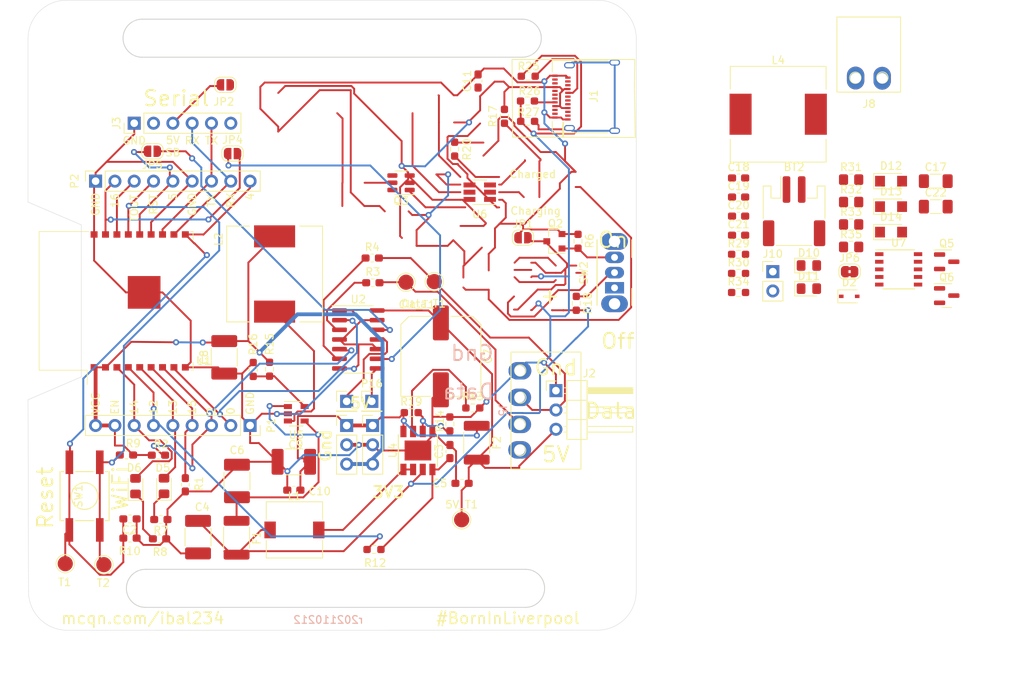
<source format=kicad_pcb>
(kicad_pcb (version 20221018) (generator pcbnew)
  (layers (0 "F.Cu" signal) (31 "B.Cu" signal) (34 "B.Paste" user) (35 "F.Paste" user) (36 "B.SilkS" user "B.Silkscreen") (37 "F.SilkS" user "F.Silkscreen") (38 "B.Mask" user) (39 "F.Mask" user) (44 "Edge.Cuts" user))
  (net 0 "")
  (net 1 "GND")
  (net 2 "/BaseESP8266/IO4")
  (net 3 "+3V3")
  (net 4 "/BaseESP8266/IO13")
  (net 5 "Net-(BT2-+)")
  (net 6 "CS_FS312F-G")
  (net 7 "/BaseESP8266/IO14")
  (net 8 "Net-(U4-EN)")
  (net 9 "Net-(U6-VCC)")
  (net 10 "/BaseESP8266/IO15")
  (net 11 "LED_Data")
  (net 12 "Net-(Clk_T1-Pin_1)")
  (net 13 "Net-(D5-K)")
  (net 14 "/BaseESP8266/RST")
  (net 15 "LED_Clk")
  (net 16 "Net-(D6-K)")
  (net 17 "Net-(Data_T1-Pin_1)")
  (net 19 "Net-(J3-Pin_3)")
  (net 21 "Net-(U4-LX)")
  (net 22 "/BaseESP8266/TXD")
  (net 23 "/BaseESP8266/RXD")
  (net 24 "+5V")
  (net 25 "Net-(U5-SW)")
  (net 26 "ESP_IO16")
  (net 27 "ESP_IO5")
  (net 28 "Net-(P5-Pin_1)")
  (net 29 "-BATT")
  (net 30 "5V_Enable")
  (net 31 "+BATT")
  (net 32 "Net-(P16-Pin_1)")
  (net 33 "ADC")
  (net 34 "/Battery Management/Power +")
  (net 35 "Net-(C19-Pad1)")
  (net 36 "Net-(U7-VG)")
  (net 37 "Net-(Q2-G)")
  (net 38 "Net-(U2-1Y)")
  (net 39 "Net-(U2-2Y)")
  (net 40 "Net-(U4-OC)")
  (net 41 "Net-(U4-FB)")
  (net 42 "Net-(U5-FB)")
  (net 43 "Net-(SW2-B)")
  (net 45 "Net-(JP6-A)")
  (net 46 "/Power +")
  (net 47 "Net-(D10-K)")
  (net 48 "Net-(D10-A)")
  (net 49 "Net-(D11-K)")
  (net 52 "Net-(J1-CC1)")
  (net 60 "Net-(J1-CC2)")
  (net 66 "Net-(J1-SHIELD)")
  (net 67 "Net-(U2-3A)")
  (net 68 "Net-(U2-4A)")
  (net 69 "Net-(D12-K)")
  (net 70 "Net-(D12-A)")
  (net 71 "Net-(D14-K)")
  (net 72 "/Power -")
  (net 73 "Net-(U7-CSP)")
  (net 74 "Net-(Q3-D1{slash}D2)")
  (net 75 "Net-(Q3-G1)")
  (net 76 "Net-(Q5-G)")
  (net 77 "Net-(U6-CS)")
  (net 78 "Net-(U7-COM)")
  (net 79 "Net-(U7-MPPT)")
  (net 81 "Net-(5V_T1-Pin_1)")
  (net 82 "Net-(U5-EN)")
  (footprint "Connector_PinHeader_2.54mm:PinHeader_1x06_P2.54mm_Vertical" (layer "F.Cu") (at 107.94 60.92 90)
    (fp_text reference "J3")
    (fp_text value "Serial")
  )
  (footprint "Resistor_SMD:R_0603_1608Metric_Pad1.05x0.95mm_HandSolder" (layer "F.Cu") (at 139.24 78.65)
    (fp_text reference "R4")
    (fp_text value "470R")
  )
  (footprint "Capacitor_SMD:C_0603_1608Metric_Pad1.05x0.95mm_HandSolder" (layer "F.Cu") (at 107.38 112.9575)
    (fp_text reference "C2")
    (fp_text value "C47nF")
  )
  (footprint "Capacitor_SMD:C_1812_4532Metric_Pad1.57x3.40mm_HandSolder" (layer "F.Cu") (at 121.45 107.97 90)
    (fp_text reference "C6")
    (fp_text value "22uF X5R")
  )
  (footprint "Capacitor_SMD:C_0603_1608Metric_Pad1.05x0.95mm_HandSolder" (layer "F.Cu") (at 151.055 108.28 180)
    (fp_text reference "C5")
    (fp_text value "0.1uF")
  )
  (footprint "Resistor_SMD:R_0603_1608Metric_Pad1.05x0.95mm_HandSolder" (layer "F.Cu") (at 106.92 104.5575 180)
    (fp_text reference "R9")
    (fp_text value "R560")
  )
  (footprint "Resistor_SMD:R_0603_1608Metric_Pad1.05x0.95mm_HandSolder" (layer "F.Cu") (at 111.125 104.5775)
    (fp_text reference "R2")
    (fp_text value "R10k")
  )
  (footprint "Package_SO:SOIC-14_3.9x8.7mm_P1.27mm" (layer "F.Cu") (at 137.41 89.36)
    (fp_text reference "U2")
    (fp_text value "SN74AHCT125")
  )
  (footprint "Resistor_SMD:R_0603_1608Metric_Pad1.05x0.95mm_HandSolder" (layer "F.Cu") (at 107.38 115.4875 180)
    (fp_text reference "R10")
    (fp_text value "R10k")
  )
  (footprint "Connector_PinSocket_2.54mm:PinSocket_1x09_P2.54mm_Vertical" (layer "F.Cu") (at 123.18 100.671 -90)
    (fp_text reference "P1")
    (fp_text value "CONN_01X09")
  )
  (footprint "Connector_PinSocket_2.54mm:PinSocket_1x09_P2.54mm_Vertical" (layer "F.Cu") (at 102.86 68.54 90)
    (fp_text reference "P2")
    (fp_text value "CONN_01X09" hide)
  )
  (footprint "RF_Module:ESP-WROOM-02" (layer "F.Cu") (at 108.662001 84.288 90)
    (fp_text reference "U1")
    (fp_text value "ESP-13-WROOM-02")
  )
  (footprint "Fuse:Fuse_1812_4532Metric_Pad1.30x3.40mm_HandSolder" (layer "F.Cu") (at 121.4 115.4375 -90)
    (fp_text reference "F1")
    (fp_text value "Polyfuse")
  )
  (footprint "TestPoint:TestPoint_Pad_D2.0mm" (layer "F.Cu") (at 98.87 118.8475)
    (fp_text reference "T1")
    (fp_text value "CONN_01X01")
  )
  (footprint "TestPoint:TestPoint_Pad_D2.0mm" (layer "F.Cu") (at 103.95 118.975501)
    (fp_text reference "T2")
    (fp_text value "CONN_01X01")
  )
  (footprint "mcqn-kicad-lib:SW_SPST_GULLWING" (layer "F.Cu") (at 101.41 109.9575 90)
    (fp_text reference "SW1")
    (fp_text value "Reset")
  )
  (footprint "Resistor_SMD:R_0603_1608Metric_Pad1.05x0.95mm_HandSolder" (layer "F.Cu") (at 114.66 108.4675 90)
    (fp_text reference "R1")
    (fp_text value "R10k")
  )
  (footprint "Resistor_SMD:R_0603_1608Metric_Pad1.05x0.95mm_HandSolder" (layer "F.Cu") (at 139.32 81.9)
    (fp_text reference "R3")
    (fp_text value "470R")
  )
  (footprint "TestPoint:TestPoint_Pad_D2.0mm" (layer "F.Cu") (at 151 113.07)
    (fp_text reference "5V_T1")
    (fp_text value "Conn_01x01")
  )
  (footprint "TestPoint:TestPoint_Pad_D2.0mm" (layer "F.Cu") (at 143.68 81.83 180)
    (fp_text reference "Clk_T1")
    (fp_text value "Conn_01x01")
  )
  (footprint "TestPoint:TestPoint_Pad_D2.0mm" (layer "F.Cu") (at 147.4 81.75 180)
    (fp_text reference "Data_T1")
    (fp_text value "Conn_01x01")
  )
  (footprint "Capacitor_SMD:C_0603_1608Metric_Pad1.08x0.95mm_HandSolder" (layer "F.Cu") (at 149.46 104.1 90)
    (fp_text reference "C3")
    (fp_text value "1nF")
  )
  (footprint "Capacitor_SMD:C_1812_4532Metric_Pad1.57x3.40mm_HandSolder" (layer "F.Cu") (at 116.33 115.3575 -90)
    (fp_text reference "C4")
    (fp_text value "22uF")
  )
  (footprint "Fuse:Fuse_1812_4532Metric_Pad1.30x3.40mm_HandSolder" (layer "F.Cu") (at 152.98 102.94 -90)
    (fp_text reference "F2")
    (fp_text value "Polyfuse")
  )
  (footprint "Connector_USB:USB_C_Receptacle_Amphenol_12401610E4-2A" (layer "F.Cu") (at 168.290913 57.424086 90)
    (fp_text reference "J1")
    (fp_text value "USB_C_Receptacle")
  )
  (footprint "Inductor_SMD:L_7.3x7.3_H3.5" (layer "F.Cu") (at 129.01 114.4075)
    (fp_text reference "L1")
    (fp_text value "3.3uH")
  )
  (footprint "Inductor_SMD:L_12x12mm_H6mm" (layer "F.Cu") (at 126.4 80.75 90)
    (fp_text reference "L2")
    (fp_text value "1.5uH")
  )
  (footprint "Resistor_SMD:R_0603_1608Metric_Pad0.98x0.95mm_HandSolder" (layer "F.Cu") (at 139.4725 116.98 180)
    (fp_text reference "R12")
    (fp_text value "R10K")
  )
  (footprint "Resistor_SMD:R_0603_1608Metric_Pad0.98x0.95mm_HandSolder" (layer "F.Cu") (at 152.47 98.37 180)
    (fp_text reference "R13")
    (fp_text value "43K")
  )
  (footprint "Resistor_SMD:R_0603_1608Metric_Pad0.98x0.95mm_HandSolder" (layer "F.Cu") (at 149.45 100.47 90)
    (fp_text reference "R14")
    (fp_text value "10K")
  )
  (footprint "Resistor_SMD:R_0603_1608Metric_Pad0.98x0.95mm_HandSolder" (layer "F.Cu") (at 125.74 93.275 -90)
    (fp_text reference "R15")
    (fp_text value "90K")
  )
  (footprint "Resistor_SMD:R_0603_1608Metric_Pad0.98x0.95mm_HandSolder" (layer "F.Cu") (at 123.59 93.3025 90)
    (fp_text reference "R16")
    (fp_text value "20K")
  )
  (footprint "Package_SO:Diodes_SO-8EP" (layer "F.Cu") (at 145.25 103.96 90)
    (fp_text reference "U4")
    (fp_text value "FP6276B Boost_Convertor")
  )
  (footprint "Package_TO_SOT_SMD:SOT-23-5" (layer "F.Cu") (at 129.25 99.13)
    (fp_text reference "U5")
    (fp_text value "RT8097B")
  )
  (footprint "Capacitor_SMD:C_1812_4532Metric_Pad1.57x3.40mm_HandSolder" (layer "F.Cu") (at 119.78 91.71 -90)
    (fp_text reference "C8")
    (fp_text value "22uF X5R")
  )
  (footprint "Package_TO_SOT_SMD:SOT-23" (layer "F.Cu") (at 163.1975 76.445 180)
    (fp_text reference "Q2")
    (fp_text value "JSM2302")
  )
  (footprint "Resistor_SMD:R_0603_1608Metric_Pad0.98x0.95mm_HandSolder" (layer "F.Cu") (at 166.3075 76.445 90)
    (fp_text reference "R6")
    (fp_text value "100K")
  )
  (footprint "Resistor_SMD:R_0603_1608Metric_Pad0.98x0.95mm_HandSolder" (layer "F.Cu") (at 166.0775 84.605 90)
    (fp_text reference "R18")
    (fp_text value "R10K")
  )
  (footprint "Button_Switch_THT:SW_CuK_OS102011MA1QN1_SPDT_Angled" (layer "F.Cu") (at 171.1075 82.565 90)
    (fp_text reference "SW2")
    (fp_text value "ON/OFF")
  )
  (footprint "Resistor_SMD:R_0603_1608Metric_Pad0.98x0.95mm_HandSolder" (layer "F.Cu") (at 156.63 60.01 -90)
    (fp_text reference "R17")
    (fp_text value "1K")
  )
  (footprint "Capacitor_SMD:C_Elec_10x10.2" (layer "F.Cu") (at 148.27 91.58 -90)
    (fp_text reference "C7")
    (fp_text value "470uF")
  )
  (footprint "MCQN:OQ0412510000G" (layer "F.Cu") (at 162.11 98.75 -90)
    (fp_text reference "J5")
    (fp_text value "Conn_01x04")
  )
  (footprint "LED_SMD:LED_0805_2012Metric_Pad1.15x1.40mm_HandSolder" (layer "F.Cu") (at 111.86 108.635 90)
    (fp_text reference "D5")
    (fp_text value "LED")
  )
  (footprint "LED_SMD:LED_0805_2012Metric_Pad1.15x1.40mm_HandSolder" (layer "F.Cu") (at 108.11 108.655 90)
    (fp_text reference "D6")
    (fp_text value "LED")
  )
  (footprint "Connector_PinHeader_2.54mm:PinHeader_1x03_P2.54mm_Horizontal" (layer "F.Cu") (at 163.4 96.09)
    (fp_text reference "J2")
    (fp_text value "WS2812")
  )
  (footprint "Resistor_SMD:R_0603_1608Metric_Pad1.05x0.95mm_HandSolder" (layer "F.Cu") (at 111.44 113.0375 180)
    (fp_text reference "R7")
    (fp_text value "R560")
  )
  (footprint "Resistor_SMD:R_0603_1608Metric_Pad1.05x0.95mm_HandSolder" (layer "F.Cu") (at 111.27 115.5775 180)
    (fp_text reference "R8")
    (fp_text value "R560")
  )
  (footprint "Connector_PinHeader_2.54mm:PinHeader_1x03_P2.54mm_Vertical" (layer "F.Cu") (at 139.293001 100.671)
    (fp_text reference "J7" hide)
    (fp_text value "Conn_01x03" hide)
  )
  (footprint "Connector_PinHeader_2.54mm:PinHeader_1x03_P2.54mm_Vertical" (layer "F.Cu") (at 135.88 100.671)
    (fp_text reference "J6" hide)
    (fp_text value "Conn_01x03")
  )
  (footprint "Jumper:SolderJumper-2_P1.3mm_Open_RoundedPad1.0x1.5mm" (layer "F.Cu") (at 120.87 64.91)
    (fp_text reference "JP4")
    (fp_text value "p16 EN")
  )
  (footprint "Diode_SMD:D_SMF" (layer "F.Cu") (at 207.4725 75.24)
    (fp_text reference "D14")
    (fp_text value "D_Schottky")
  )
  (footprint "MCQN:OQ0212510000G" (layer "F.Cu") (at 204.5825 58.885)
    (fp_text reference "J8")
    (fp_text value "Solar Input")
  )
  (footprint "Diode_SMD:D_SOD-323" (layer "F.Cu") (at 201.9725 83.69)
    (fp_text reference "D2")
    (fp_text value "MM3Z4V3ST1G")
  )
  (footprint "Resistor_SMD:R_0603_1608Metric_Pad0.98x0.95mm_HandSolder" (layer "F.Cu") (at 187.4225 83.18)
    (fp_text reference "R34")
    (fp_text value "R_Small")
  )
  (footprint "Package_TO_SOT_SMD:SOT-23" (layer "F.Cu") (at 214.7925 79.14)
    (fp_text reference "Q5")
    (fp_text value "P-channel 30V 4A MOSfet")
  )
  (footprint "Capacitor_SMD:C_1206_3216Metric_Pad1.33x1.80mm_HandSolder" (layer "F.Cu") (at 213.3525 68.54)
    (fp_text reference "C17")
    (fp_text value "10uF 50V")
  )
  (footprint "Resistor_SMD:R_0805_2012Metric_Pad1.20x1.40mm_HandSolder" (layer "F.Cu") (at 202.2225 74.24)
    (fp_text reference "R33")
    (fp_text value "Rcs")
  )
  (footprint "Resistor_SMD:R_0805_2012Metric_Pad1.20x1.40mm_HandSolder" (layer "F.Cu") (at 202.2225 68.34)
    (fp_text reference "R31")
    (fp_text value "R_Small")
  )
  (footprint "Capacitor_SMD:C_1206_3216Metric_Pad1.33x1.80mm_HandSolder" (layer "F.Cu") (at 213.3525 71.89)
    (fp_text reference "C22")
    (fp_text value "10uF 50V")
  )
  (footprint "Resistor_SMD:R_0603_1608Metric_Pad0.98x0.95mm_HandSolder" (layer "F.Cu") (at 150.08 64.33 90)
    (fp_text reference "R20")
    (fp_text value "100R")
  )
  (footprint "LED_SMD:LED_0805_2012Metric_Pad1.15x1.40mm_HandSolder" (layer "F.Cu") (at 196.6675 79.635)
    (fp_text reference "D10")
    (fp_text value "LED Green")
  )
  (footprint "Package_TO_SOT_SMD:SOT-23-6" (layer "F.Cu") (at 143.03 68.75 180)
    (fp_text reference "Q3")
    (fp_text value "FS8205")
  )
  (footprint "Capacitor_SMD:C_0603_1608Metric_Pad1.08x0.95mm_HandSolder" (layer "F.Cu") (at 187.4225 73.14)
    (fp_text reference "C20")
    (fp_text value "0.1uF")
  )
  (footprint "Resistor_SMD:R_0805_2012Metric_Pad1.20x1.40mm_HandSolder" (layer "F.Cu") (at 202.2225 77.19)
    (fp_text reference "R35")
    (fp_text value "Rcs")
  )
  (footprint "Capacitor_SMD:C_0603_1608Metric_Pad1.08x0.95mm_HandSolder" (layer "F.Cu") (at 128.93 109.1775 180)
    (fp_text reference "C10")
    (fp_text value "100uF" hide)
  )
  (footprint "Connector_PinHeader_2.54mm:PinHeader_1x01_P2.54mm_Vertical" (layer "F.Cu") (at 135.88 97.496)
    (fp_text reference "P5" hide)
    (fp_text value "Conn_01x01" hide)
  )
  (footprint "Resistor_SMD:R_0603_1608Metric_Pad0.98x0.95mm_HandSolder" (layer "F.Cu") (at 144.3725 98.98)
    (fp_text reference "R19")
    (fp_text value "73K")
  )
  (footprint "Jumper:SolderJumper-2_P1.3mm_Open_RoundedPad1.0x1.5mm" (layer "F.Cu") (at 110.33 64.61 180)
    (fp_text reference "JP5")
    (fp_text value "P5 EN")
  )
  (footprint "Resistor_SMD:R_0603_1608Metric_Pad0.98x0.95mm_HandSolder" (layer "F.Cu") (at 159.68 60.67 180)
    (fp_text reference "R27")
    (fp_text value "1M")
  )
  (footprint "Diode_SMD:D_SMF" (layer "F.Cu") (at 207.4725 68.54)
    (fp_text reference "D12")
    (fp_text value "D_Schottky")
  )
  (footprint "Capacitor_SMD:C_0603_1608Metric_Pad1.08x0.95mm_HandSolder" (layer "F.Cu") (at 187.4225 75.65)
    (fp_text reference "C21")
    (fp_text value "1uF")
  )
  (footprint "LED_SMD:LED_0805_2012Metric_Pad1.15x1.40mm_HandSolder" (layer "F.Cu") (at 196.6675 82.675)
    (fp_text reference "D11")
    (fp_text value "LED Red")
  )
  (footprint "Resistor_SMD:R_0603_1608Metric_Pad0.98x0.95mm_HandSolder" (layer "F.Cu") (at 187.4225 78.16)
    (fp_text reference "R29")
    (fp_text value "R_Small")
  )
  (footprint "Jumper:SolderJumper-2_P1.3mm_Open_RoundedPad1.0x1.5mm" (layer "F.Cu") (at 159.0675 75.975)
    (fp_text reference "JP1")
    (fp_text value "Jumper_on")
  )
  (footprint "Capacitor_SMD:C_0603_1608Metric_Pad1.08x0.95mm_HandSolder" (layer "F.Cu") (at 153.16 55.37 90)
    (fp_text reference "C11")
    (fp_text value "0.1uF")
  )
  (footprint "Resistor_SMD:R_0603_1608Metric_Pad0.98x0.95mm_HandSolder" (layer "F.Cu") (at 159.76 54.74 180)
    (fp_text reference "R25")
    (fp_text value "5.1K")
  )
  (footprint "Jumper:SolderJumper-2_P1.3mm_Open_RoundedPad1.0x1.5mm" (layer "F.Cu") (at 119.92 55.87 180)
    (fp_text reference "JP2")
    (fp_text value "FTDI_PWR")
  )
  (footprint "Connector_PinHeader_2.54mm:PinHeader_1x01_P2.54mm_Vertical" (layer "F.Cu") (at 139.182 97.496)
    (fp_text reference "P16")
    (fp_text value "Conn_01x01")
  )
  (footprint "Resistor_SMD:R_0603_1608Metric_Pad0.98x0.95mm_HandSolder" (layer "F.Cu") (at 187.4225 80.67)
    (fp_text reference "R30")
    (fp_text value "120R")
  )
  (footprint "Capacitor_SMD:C_0603_1608Metric_Pad1.08x0.95mm_HandSolder" (layer "F.Cu") (at 187.4225 68.12)
    (fp_text reference "C18")
    (fp_text value "1uF")
  )
  (footprint "Jumper:SolderJumper-2_P1.3mm_Bridged2Bar_RoundedPad1.0x1.5mm" (layer "F.Cu") (at 202.0225 80.44)
    (fp_text reference "JP6")
    (fp_text value "Test Point")
  )
  (footprint "Connector_PinHeader_2.54mm:PinHeader_1x02_P2.54mm_Vertical" (layer "F.Cu") (at 191.9225 80.44)
    (fp_text reference "J10")
    (fp_text value "Battery")
  )
  (footprint "Resistor_SMD:R_0603_1608Metric_Pad0.98x0.95mm_HandSolder" (layer "F.Cu") (at 159.66 58 180)
    (fp_text reference "R26")
    (fp_text value "5.1K")
  )
  (footprint "Inductor_SMD:L_12x12mm_H6mm" (layer "F.Cu") (at 192.6325 59.74)
    (fp_text reference "L4")
    (fp_text value "100uH 2.5A")
  )
  (footprint "Package_TO_SOT_SMD:SOT-23-6_Handsoldering" (layer "F.Cu") (at 153.38 69.99 180)
    (fp_text reference "U6")
    (fp_text value "FS312F-G")
  )
  (footprint "Package_SO:SSOP-10_3.9x4.9mm_P1.00mm" (layer "F.Cu") (at 208.4725 80.14)
    (fp_text reference "U7")
    (fp_text value "CN3791")
  )
  (footprint "Capacitor_SMD:C_0603_1608Metric_Pad1.08x0.95mm_HandSolder" (layer "F.Cu") (at 187.4225 70.63)
    (fp_text reference "C19")
    (fp_text value "220nF")
  )
  (footprint "Connector_JST:JST_PH_S2B-PH-SM4-TB_1x02-1MP_P2.00mm_Horizontal" (layer "F.Cu") (at 194.7225 72.49)
    (fp_text reference "BT2")
    (fp_text value "Battery_Cell")
  )
  (footprint "Resistor_SMD:R_0805_2012Metric_Pad1.20x1.40mm_HandSolder" (layer "F.Cu") (at 202.2225 71.29)
    (fp_text reference "R32")
    (fp_text value "R_Small")
  )
  (footprint "Package_TO_SOT_SMD:SOT-23" (layer "F.Cu") (at 214.7925 83.59)
    (fp_text reference "Q6")
    (fp_text value "P-channel 30V 4A MOSfet")
  )
  (footprint "Diode_SMD:D_SMF" (layer "F.Cu") (at 207.4725 71.89)
    (fp_text reference "D13")
    (fp_text value "D_Schottky")
  )
  (footprint "Capacitor_SMD:C_1812_4532Metric_Pad1.57x3.40mm_HandSolder" (layer "F.Cu") (at 128.93 105.4475 180)
    (fp_text reference "C9")
    (fp_text value "22uF")
  )
  (gr_poly (pts (xy 173.76 52.92) (xy 173.72 55.98) (xy 173.83 62.79) (xy 157.7 62.75) (xy 157.63 52.54) (xy 173.76 52.54)) (stroke (width 0.12)) (fill none) (layer "F.SilkS"))
  (gr_line (start 173.97 49.82) (end 173.957898 122.507898) (stroke (width 0.05)) (layer "Edge.Cuts"))
  (gr_line (start 109.41 119.59) (end 159.41 119.59) (stroke (width 0.12)) (layer "Edge.Cuts"))
  (gr_arc (start 159.41 119.59) (mid 161.91 122.09) (end 159.41 124.59) (stroke (width 0.12)) (layer "Edge.Cuts"))
  (gr_line (start 108.97 47.24) (end 158.97 47.24) (stroke (width 0.12)) (layer "Edge.Cuts"))
  (gr_line (start 108.97 52.24) (end 159.02 52.24) (stroke (width 0.12)) (layer "Edge.Cuts"))
  (gr_arc (start 108.97 52.24) (mid 106.47 49.74) (end 108.97 47.24) (stroke (width 0.12)) (layer "Edge.Cuts"))
  (gr_arc (start 158.97 47.24) (mid 161.470125 49.715249) (end 159.02 52.24) (stroke (width 0.12)) (layer "Edge.Cuts"))
  (gr_line (start 99.05 44.74) (end 168.89 44.74) (stroke (width 0.05)) (layer "Edge.Cuts"))
  (gr_arc (start 173.957898 122.507898) (mid 172.470001 126.100001) (end 168.877898 127.587898) (stroke (width 0.05)) (layer "Edge.Cuts"))
  (gr_line (start 109.41 124.59) (end 159.41 124.59) (stroke (width 0.12)) (layer "Edge.Cuts"))
  (gr_line (start 93.97 71.288) (end 100.97 74.288) (stroke (width 0.05)) (layer "Edge.Cuts"))
  (gr_arc (start 93.97 49.82) (mid 95.457898 46.227898) (end 99.05 44.74) (stroke (width 0.05)) (layer "Edge.Cuts"))
  (gr_arc (start 99.09 127.597898) (mid 95.498077 126.084664) (end 94.04 122.47) (stroke (width 0.05)) (layer "Edge.Cuts"))
  (gr_line (start 100.97 74.288) (end 100.97 94.288) (stroke (width 0.05)) (layer "Edge.Cuts"))
  (gr_line (start 93.97 97.288) (end 100.97 94.288) (stroke (width 0.05)) (layer "Edge.Cuts"))
  (gr_line (start 168.877898 127.587898) (end 99.09 127.597898) (stroke (width 0.05)) (layer "Edge.Cuts"))
  (gr_arc (start 109.41 124.59) (mid 106.91 122.09) (end 109.41 119.59) (stroke (width 0.12)) (layer "Edge.Cuts"))
  (gr_line (start 93.97 97.288) (end 94.04 122.47) (stroke (width 0.05)) (layer "Edge.Cuts"))
  (gr_arc (start 168.89 44.74) (mid 172.482102 46.227898) (end 173.97 49.82) (stroke (width 0.05)) (layer "Edge.Cuts"))
  (gr_line (start 93.97 49.82) (end 93.97 71.288) (stroke (width 0.05)) (layer "Edge.Cuts"))
  (gr_text "Gnd" (at 152.39 91.146) (layer "B.SilkS") (effects (font (size 2 2) (thickness 0.25)) (justify mirror)))
  (gr_text "Data" (at 151.882 96.226) (layer "B.SilkS") (effects (font (size 2 2) (thickness 0.25)) (justify mirror)))
  (gr_text "r202110212" (at 133.47 126.23) (layer "B.SilkS") (effects (font (size 1 1)) (justify mirror)))
  (gr_text "#BornInLiverpool" (at 157.09 126.02) (layer "F.SilkS") (effects (font (size 1.5 1.5) (thickness 0.2))))
  (gr_text "14" (at 107.94 98.258 90) (layer "F.SilkS") (effects (font (size 1 1))))
  (gr_text "EN" (at 105.4 98.258 90) (layer "F.SilkS") (effects (font (size 1 1))))
  (gr_text "VCC" (at 102.86 97.75 90) (layer "F.SilkS") (effects (font (size 1 1))))
  (gr_text "13" (at 113.02 98.258 90) (layer "F.SilkS") (effects (font (size 1 1))))
  (gr_text "15" (at 115.56 98.258 90) (layer "F.SilkS") (effects (font (size 1 1))))
  (gr_text "2" (at 118.1 98.766 90) (layer "F.SilkS") (effects (font (size 1 1))))
  (gr_text "0" (at 120.64 98.766 90) (layer "F.SilkS") (effects (font (size 1 1))))
  (gr_text "GND" (at 123.18 97.75 90) (layer "F.SilkS") (effects (font (size 1 1))))
  (gr_text "4" (at 123.18 70.572 90) (layer "F.SilkS") (effects (font (size 1 1))))
  (gr_text "RX" (at 120.64 71.08 90) (layer "F.SilkS") (effects (font (size 1 1))))
  (gr_text "TX" (at 118.1 71.08 90) (layer "F.SilkS") (effects (font (size 1 1))))
  (gr_text "GND" (at 115.56 71.588 90) (layer "F.SilkS") (effects (font (size 1 1))))
  (gr_text "5" (at 113.02 70.572 90) (layer "F.SilkS") (effects (font (size 1 1))))
  (gr_text "RST" (at 110.48 71.588 90) (layer "F.SilkS") (effects (font (size 1 1))))
  (gr_text "TOUT" (at 107.94 72.096 90) (layer "F.SilkS") (effects (font (size 1 1))))
  (gr_text "16" (at 105.4 71.08 90) (layer "F.SilkS") (effects (font (size 1 1))))
  (gr_text "GND" (at 102.86 71.588 90) (layer "F.SilkS") (effects (font (size 1 1))))
  (gr_text "Data" (at 170.64 98.76) (layer "F.SilkS") (effects (font (size 2 2) (thickness 0.25))))
  (gr_text "Gnd" (at 163.4 93.042) (layer "F.SilkS") (effects (font (size 2 2) (thickness 0.25))))
  (gr_text "5V" (at 137.658 97.75) (layer "F.SilkS") (effects (font (size 1.5 1.5) (thickness 0.25))))
  (gr_text "Gnd" (at 133.086 103.338 90) (layer "F.SilkS") (effects (font (size 1.5 1.5) (thickness 0.25))))
  (gr_text "WiFi" (at 106.11 108.94 90) (layer "F.SilkS") (effects (font (size 2 2) (thickness 0.25))))
  (gr_text "Reset" (at 96.24 110.18 90) (layer "F.SilkS") (effects (font (size 2 2) (thickness 0.25))))
  (gr_text "RX" (at 115.56 63.206) (layer "F.SilkS") (effects (font (size 1 1))))
  (gr_text "5V\nSB" (at 113.02 63.968) (layer "F.SilkS") (effects (font (size 1 1))))
  (gr_text "GND" (at 107.94 63.206) (layer "F.SilkS") (effects (font (size 1 1))))
  (gr_text "3V3" (at 141.37 109.45) (layer "F.SilkS") (effects (font (size 1.5 1.5) (thickness 0.25))))
  (gr_text "+" (at 162.4565 83.718 90) (layer "F.SilkS") (effects (font (size 2 2) (thickness 0.25))))
  (gr_text "—" (at 164.099913 61.742086 90) (layer "F.SilkS") (effects (font (size 2 2) (thickness 0.25))))
  (gr_text "On" (at 170.9245 76.273) (layer "F.SilkS") (effects (font (size 2 2) (thickness 0.25))))
  (gr_text "Off" (at 171.563 89.576) (layer "F.SilkS") (effects (font (size 2 2) (thickness 0.25))))
  (gr_text "mcqn.com/ibal234\n" (at 109.06 126.03) (layer "F.SilkS") (effects (font (size 1.5 1.5) (thickness 0.2))))
  (gr_text "TX" (at 118.1 63.206) (layer "F.SilkS") (effects (font (size 1 1))))
  (gr_text "Charged" (at 157.21 68.21) (layer "F.SilkS") (effects (font (size 1 1)) (justify left bottom)))
  (gr_text "Charging" (at 157.32 73.03) (layer "F.SilkS") (effects (font (size 1 1)) (justify left bottom)))
  (gr_text "Serial" (at 113.47 57.65) (layer "F.SilkS") (effects (font (size 2 2) (thickness 0.25))))
  (gr_text "12" (at 110.48 98.258 90) (layer "F.SilkS") (effects (font (size 1 1))))
  (gr_text "5V" (at 163.4 104.472) (layer "F.SilkS") (effects (font (size 2 2) (thickness 0.25))))
  (segment (start 159.325 65.89) (end 159.325 65.78) (width 0.25) (layer "F.Cu") (net 0))
  (segment (start 157.9575 81.165) (end 158.6075 81.815) (width 0.25) (layer "F.Cu") (net 0))
  (segment (start 166.617754 69.31) (end 173.29 75.982246) (width 0.25) (layer "F.Cu") (net 0))
  (segment (start 163.1075 81.815) (end 163.3775 81.545) (width 0.25) (layer "F.Cu") (net 0))
  (segment (start 173.29 85.147754) (end 171.647754 86.79) (width 0.25) (layer "F.Cu") (net 0))
  (segment (start 145.075 74.985) (end 145.075 77.035) (width 0.25) (layer "F.Cu") (net 0))
  (segment (start 145.075 77.035) (end 145.09 77.05) (width 0.25) (layer "F.Cu") (net 0))
  (segment (start 166.0775 80.595) (end 167.1075 80.595) (width 0.25) (layer "F.Cu") (net 0))
  (segment (start 158.6075 81.815) (end 163.1075 81.815) (width 0.25) (layer "F.Cu") (net 0))
  (segment (start 149.22 67.58) (end 149.17 67.63) (width 0.25) (layer "F.Cu") (net 0))
  (segment (start 160.567995 86.34) (end 157.467005 86.34) (width 0.25) (layer "F.Cu") (net 0))
  (segment (start 135.34 68.75) (end 135.34 60.3) (width 0.25) (layer "F.Cu") (net 0))
  (segment (start 151.53 82.82) (end 154.56 82.82) (width 0.25) (layer "F.Cu") (net 0))
  (segment (start 149.1575 77.05) (end 149.9 76.3075) (width 0.25) (layer "F.Cu") (net 0))
  (segment (start 146.65 72.99) (end 144.5025 72.99) (width 0.25) (layer "F.Cu") (net 0))
  (segment (start 167.1825 80.67) (end 167.1825 82.195) (width 0.25) (layer "F.Cu") (net 0))
  (segment (start 173.29 75.982246) (end 173.29 85.147754) (width 0.25) (layer "F.Cu") (net 0))
  (segment (start 158.525 69.99) (end 155.93 69.99) (width 0.25) (layer "F.Cu") (net 0))
  (segment (start 135.31 71.81) (end 135.31 68.78) (width 0.25) (layer "F.Cu") (net 0))
  (segment (start 150.83 67.99) (end 148.01 65.17) (width 0.25) (layer "F.Cu") (net 0))
  (segment (start 156.225 68.99) (end 159.325 65.89) (width 0.25) (layer "F.Cu") (net 0))
  (segment (start 165.99 69.31) (end 166.617754 69.31) (width 0.25) (layer "F.Cu") (net 0))
  (segment (start 162.8875 83.6725) (end 162.8875 84.020495) (width 0.25) (layer "F.Cu") (net 0))
  (segment (start 151.23 79.7075) (end 151.35375 79.58375) (width 0.25) (layer "F.Cu") (net 0))
  (segment (start 150.83 69.99) (end 148.02 69.99) (width 0.25) (layer "F.Cu") (net 0))
  (segment (start 149.22 67.65) (end 149.22 67.58) (width 0.25) (layer "F.Cu") (net 0))
  (segment (start 144.54 66.51) (end 144.54 59.6) (width 0.25) (layer "F.Cu") (net 0))
  (segment (start 163.69 82.87) (end 162.8875 83.6725) (width 0.25) (layer "F.Cu") (net 0))
  (segment (start 162.3475 78.615) (end 158.6075 78.615) (width 0.25) (layer "F.Cu") (net 0))
  (segment (start 154.56 84.069391) (end 154.56 82.82) (width 0.25) (layer "F.Cu") (net 0))
  (segment (start 151.23 81.22) (end 151.23 79.7075) (width 0.25) (layer "F.Cu") (net 0))
  (segment (start 151.23 82.52) (end 151.53 82.82) (width 0.25) (layer "F.Cu") (net 0))
  (segment (start 163.3775 79.645) (end 162.3475 78.615) (width 0.25) (layer "F.Cu") (net 0))
  (segment (start 167.1825 82.195) (end 166.5075 82.87) (width 0.25) (layer "F.Cu") (net 0))
  (segment (start 159.175 70.64) (end 158.525 69.99) (width 0.25) (layer "F.Cu") (net 0))
  (segment (start 157.0875 85.960495) (end 157.0875 84.5025) (width 0.25) (layer "F.Cu") (net 0))
  (segment (start 149.02 68.99) (end 147.68 67.65) (width 0.25) (layer "F.Cu") (net 0))
  (segment (start 157.9575 80.215) (end 160.1575 80.215) (width 0.25) (layer "F.Cu") (net 0))
  (segment (start 167.1075 80.595) (end 167.1825 80.67) (width 0.25) (layer "F.Cu") (net 0))
  (segment (start 151.35375 79.58375) (end 151.35375 77.76125) (width 0.25) (layer "F.Cu") (net 0))
  (segment (start 144.5025 72.99) (end 144.0225 72.51) (width 0.25) (layer "F.Cu") (net 0))
  (segment (start 148.01 57.29) (end 147.96 57.24) (width 0.25) (layer "F.Cu") (net 0))
  (segment (start 166.5075 82.87) (end 163.69 82.87) (width 0.25) (layer "F.Cu") (net 0))
  (segment (start 147.68 69.65) (end 144.54 66.51) (width 0.25) (layer "F.Cu") (net 0))
  (segment (start 148.01 60.82) (end 148.01 57.29) (width 0.25) (layer "F.Cu") (net 0))
  (segment (start 155.93 68.99) (end 156.225 68.99) (width 0.25) (layer "F.Cu") (net 0))
  (segment (start 146.65 72.99) (end 146.65 73.41) (width 0.25) (layer "F.Cu") (net 0))
  (segment (start 148.02 69.99) (end 147.68 69.65) (width 0.25) (layer "F.Cu") (net 0))
  (segment (start 146.65 73.41) (end 145.075 74.985) (width 0.25) (layer "F.Cu") (net 0))
  (segment (start 162.8875 84.020495) (end 160.567995 86.34) (width 0.25) (layer "F.Cu") (net 0))
  (segment (start 151.35375 77.76125) (end 149.9 76.3075) (width 0.25) (layer "F.Cu") (net 0))
  (segment (start 150.83 68.99) (end 149.02 68.99) (width 0.25) (layer "F.Cu") (net 0))
  (segment (start 151.35375 79.58375) (end 153.6575 77.28) (width 0.25) (layer "F.Cu") (net 0))
  (segment (start 135.34 60.3) (end 134.64 59.6) (width 0.25) (layer "F.Cu") (net 0))
  (segment (start 158.6075 78.615) (end 157.9575 79.265) (width 0.25) (layer "F.Cu") (net 0))
  (segment (start 135.31 68.78) (end 135.34 68.75) (width 0.25) (layer "F.Cu") (net 0))
  (segment (start 149.15 67.65) (end 149.22 67.65) (width 0.25) (layer "F.Cu") (net 0))
  (segment (start 157.280609 86.79) (end 154.56 84.069391) (width 0.25) (layer "F.Cu") (net 0))
  (segment (start 148.01 65.17) (end 148.01 60.82) (width 0.25) (layer "F.Cu") (net 0))
  (segment (start 147.68 67.65) (end 149.15 67.65) (width 0.25) (layer "F.Cu") (net 0))
  (segment (start 157.467005 86.34) (end 157.0875 85.960495) (width 0.25) (layer "F.Cu") (net 0))
  (segment (start 145.09 77.05) (end 149.1575 77.05) (width 0.25) (layer "F.Cu") (net 0))
  (segment (start 157.0875 84.5025) (end 157.8875 83.7025) (width 0.25) (layer "F.Cu") (net 0))
  (segment (start 171.647754 86.79) (end 157.280609 86.79) (width 0.25) (layer "F.Cu") (net 0))
  (via (at 149.22 67.65) (size 0.8) (drill 0.4) (layers "F.Cu" "B.Cu") (net 0))
  (via (at 146.65 72.99) (size 0.8) (drill 0.4) (layers "F.Cu" "B.Cu") (net 0))
  (segment (start 149.22 67.65) (end 149.22 70.41) (width 0.25) (layer "B.Cu") (net 0))
  (segment (start 146.65 72.98) (end 146.65 72.99) (width 0.25) (layer "B.Cu") (net 0))
  (segment (start 149.22 70.41) (end 146.65 72.98) (width 0.25) (layer "B.Cu") (net 0))
  (segment (start 160.460914 62.279086) (end 160.46 62.28) (width 0.25) (layer "F.Cu") (net 1))
  (segment (start 111.345 116.3775) (end 109.145 116.3775) (width 0.25) (layer "F.Cu") (net 1))
  (segment (start 154.26 97.54) (end 154.2125 97.54) (width 0.25) (layer "F.Cu") (net 1))
  (segment (start 123.18 100.671) (end 122.1325 99.6235) (width 0.25) (layer "F.Cu") (net 1))
  (segment (start 165.898528 52.05) (end 166.71 52.861472) (width 0.25) (layer "F.Cu") (net 1))
  (segment (start 128.0675 106.7225) (end 128.08 106.735) (width 0.25) (layer "F.Cu") (net 1))
  (segment (start 161.5375 52.05) (end 165.898528 52.05) (width 0.25) (layer "F.Cu") (net 1))
  (segment (start 166.71 52.861472) (end 166.71 61.350304) (width 0.25) (layer "F.Cu") (net 1))
  (segment (start 158.7675 58.02) (end 158.7475 58) (width 0.25) (layer "F.Cu") (net 1))
  (segment (start 166.71 61.350304) (end 165.781218 62.279086) (width 0.25) (layer "F.Cu") (net 1))
  (segment (start 114.0625 117.495) (end 112.145 115.5775) (width 0.25) (layer "F.Cu") (net 1))
  (segment (start 128.08 106.69) (end 128.035 106.69) (width 0.25) (layer "F.Cu") (net 1))
  (segment (start 123.18 102.9875) (end 124.3325 102.9875) (width 0.25) (layer "F.Cu") (net 1))
  (segment (start 112.315 111.6875) (end 114.66 109.3425) (width 0.25) (layer "F.Cu") (net 1))
  (segment (start 137.425 90.005) (end 135.58 90.005) (width 0.25) (layer "F.Cu") (net 1))
  (segment (start 149.45 99.5575) (end 152.195 99.5575) (width 0.25) (layer "F.Cu") (net 1))
  (segment (start 128.035 106.69) (end 126.7925 105.4475) (width 0.25) (layer "F.Cu") (net 1))
  (segment (start 112.145 115.5775) (end 112.145 113.2075) (width 0.25) (layer "F.Cu") (net 1))
  (segment (start 135.58 90.005) (end 134.935 89.36) (width 0.25) (layer "F.Cu") (net 1))
  (segment (start 137.425 92.713249) (end 137.425 90.005) (width 0.25) (layer "F.Cu") (net 1))
  (segment (start 107.94 62.36) (end 107.94 60.92) (width 0.25) (layer "F.Cu") (net 1))
  (segment (start 118.958 93.0255) (end 119.78 93.8475) (width 0.25) (layer "F.Cu") (net 1))
  (segment (start 106.842001 83.168) (end 109.242001 83.168) (width 0.25) (layer "F.Cu") (net 1))
  (segment (start 139.26 90.005) (end 137.425 90.005) (width 0.25) (layer "F.Cu") (net 1))
  (segment (start 115.368251 92.3505) (end 115.368251 86.89425) (width 0.25) (layer "F.Cu") (net 1))
  (segment (start 158.7675 60.67) (end 158.7675 58.02) (width 0.25) (layer "F.Cu") (net 1))
  (segment (start 112.315 113.0375) (end 112.315 111.6875) (width 0.25) (layer "F.Cu") (net 1))
  (segment (start 124.721 99.13) (end 123.18 100.671) (width 0.25) (layer "F.Cu") (net 1))
  (segment (start 102.662001 75.5505) (end 102.662001 68.737999) (width 0.25) (layer "F.Cu") (net 1))
  (segment (start 114.662001 93.0255) (end 114.693251 93.0255) (width 0.25) (layer "F.Cu") (net 1))
  (segment (start 165.781218 62.279086) (end 160.460914 62.279086) (width 0.25) (layer "F.Cu") (net 1))
  (segment (start 119.78 93.8475) (end 122.1325 93.8475) (width 0.25) (layer "F.Cu") (net 1))
  (segment (start 137.851751 86.82) (end 135.311751 89.36) (width 0.25) (layer "F.Cu") (net 1))
  (segment (start 149.46 103.2375) (end 148.93 103.2375) (width 0.25) (layer "F.Cu") (net 1))
  (segment (start 137.461 103.211) (end 135.88 103.211) (width 0.5) (layer "F.Cu") (net 1))
  (segment (start 139.885 90.63) (end 139.26 90.005) (width 0.25) (layer "F.Cu") (net 1))
  (segment (start 139.293001 103.211) (end 137.499 103.211) (width 0.5) (layer "F.Cu") (net 1))
  (segment (start 150.26 104.0375) (end 149.46 103.2375) (width 0.25) (layer "F.Cu") (net 1))
  (segment (start 139.885 86.82) (end 137.851751 86.82) (width 0.25) (layer "F.Cu") (net 1))
  (segment (start 161.44 81.06) (end 160.2625 81.06) (width 0.25) (layer "F.Cu") (net 1))
  (segment (start 123.18 100.671) (end 123.18 102.9875) (width 0.25) (layer "F.Cu") (net 1))
  (segment (start 126.7925 105.4475) (end 121.9625 105.4475) (width 0.25) (layer "F.Cu") (net 1))
  (segment (start 158.8475 54.74) (end 161.5375 52.05) (width 0.25) (layer "F.Cu") (net 1))
  (segment (start 136.968249 93.17) (end 137.425 92.713249) (width 0.25) (layer "F.Cu") (net 1))
  (segment (start 104.3 66) (end 107.94 62.36) (width 0.25) (layer "F.Cu") (net 1))
  (segment (start 147.155 99.615) (end 147.24 99.53) (width 0.25) (layer "F.Cu") (net 1))
  (segment (start 114.66 109.3425) (end 118.0675 109.3425) (width 0.25) (layer "F.Cu") (net 1))
  (segment (start 124.3325 102.9875) (end 126.7925 105.4475) (width 0.25) (layer "F.Cu") (net 1))
  (segment (start 160.2625 81.06) (end 160.1575 81.165) (width 0.25) (layer "F.Cu") (net 1))
  (segment (start 109.145 116.3775) (end 108.255 115.4875) (width 0.25) (layer "F.Cu") (net 1))
  (segment (start 126.7 99.16) (end 126.67 99.13) (width 0.25) (layer "F.Cu") (net 1))
  (segment (start 102.662001 78.988) (end 106.842001 83.168) (width 0.25) (layer "F.Cu") (net 1))
  (segment (start 122.1325 93.8475) (end 123.59 92.39) (width 0.25) (layer "F.Cu") (net 1))
  (segment (start 111.642001 83.168) (end 109.242001 83.168) (width 0.25) (layer "F.Cu") (net 1))
  (segment (start 154.2125 97.54) (end 153.3825 98.37) (width 0.25) (layer "F.Cu") (net 1))
  (segment (start 152.195 99.5575) (end 153.3825 98.37) (width 0.25) (layer "F.Cu") (net 1))
  (segment (start 126.67 99.13) (end 124.721 99.13) (width 0.25) (layer "F.Cu") (net 1))
  (segment (start 118.0675 109.3425) (end 121.56 105.85) (width 0.25) (layer "F.Cu") (net 1))
  (segment (start 102.662001 68.737999) (end 102.86 68.54) (width 0.25) (layer "F.Cu") (net 1))
  (segment (start 104.3 66) (end 102.86 67.44) (width 0.25) (layer "F.Cu") (net 1))
  (segment (start 147.155 101.4625) (end 147.155 99.615) (width 0.25) (layer "F.Cu") (net 1))
  (segment (start 110.162001 75.5505) (end 110.162001 73.937999) (width 0.25) (layer "F.Cu") (net 1))
  (segment (start 112.145 113.2075) (end 112.315 113.0375) (width 0.25) (layer "F.Cu") (net 1))
  (segment (start 134.935 85.55) (end 136.581751 85.55) (width 0.25) (layer "F.Cu") (net 1))
  (segment (start 116.33 117.495) (end 114.0625 117.495) (width 0.25) (layer "F.Cu") (net 1))
  (segment (start 149.4225 99.53) (end 149.45 99.5575) (width 0.25) (layer "F.Cu") (net 1))
  (segment (start 148.93 103.2375) (end 147.155 101.4625) (width 0.25) (layer "F.Cu") (net 1))
  (segment (start 150.18 108.28) (end 150.26 108.2) (width 0.25) (layer "F.Cu") (net 1))
  (segment (start 113.02 66) (end 104.3 66) (width 0.25) (layer "F.Cu") (net 1))
  (segment (start 160.46 62.28) (end 160.459086 62.279086) (width 0.25) (layer "F.Cu") (net 1))
  (segment (start 128.15 99.13) (end 126.73 99.13) (width 0.25) (layer "F.Cu") (net 1))
  (segment (start 136.581751 85.55) (end 137.851751 86.82) (width 0.25) (layer "F.Cu") (net 1))
  (segment (start 128.08 106.735) (end 128.08 106.69) (width 0.25) (layer "F.Cu") (net 1))
  (segment (start 134.935 93.17) (end 136.968249 93.17) (width 0.25) (layer "F.Cu") (net 1))
  (segment (start 160.376586 62.279086) (end 158.7675 60.67) (width 0.25) (layer "F.Cu") (net 1))
  (segment (start 147.155 97.095) (end 148.27 95.98) (width 0.25) (layer "F.Cu") (net 1))
  (segment (start 110.162001 73.937999) (end 115.56 68.54) (width 0.25) (layer "F.Cu") (net 1))
  (segment (start 115.368251 86.89425) (end 111.642001 83.168) (width 0.25) (layer "F.Cu") (net 1))
  (segment (start 145.25 103.96) (end 140.042001 103.96) (width 0.25) (layer "F.Cu") (net 1))
  (segment (start 147.24 99.53) (end 149.4225 99.53) (width 0.25) (layer "F.Cu") (net 1))
  (segment (start 147.155 99.445) (end 147.155 97.095) (width 0.25) (layer "F.Cu") (net 1))
  (segment (start 147.24 99.53) (end 147.155 99.445) (width 0.25) (layer "F.Cu") (net 1))
  (segment (start 122.1325 99.6235) (end 122.1325 93.8475) (width 0.25) (layer "F.Cu") (net 1))
  (segment (start 163.4 93.96) (end 161.84 92.4) (width 0.25) (layer "F.Cu") (net 1))
  (segment (start 115.56 68.54) (end 113.02 66) (width 0.25) (layer "F.Cu") (net 1))
  (segment (start 160.1275 85.4975) (end 160.2325 85.4975) (width 0.25) (layer "F.Cu") (net 1))
  (segment (start 121.9625 105.4475) (end 121.56 105.85) (width 0.25) (layer "F.Cu") (net 1))
  (segment (start 160.2325 85.4975) (end 161.11 84.62) (width 0.25) (layer "F.Cu") (net 1))
  (segment (start 163.4 96.09) (end 163.4 93.96) (width 0.25) (layer "F.Cu") (net 1))
  (segment (start 114.662001 93.0255) (end 118.958 93.0255) (width 0.25) (layer "F.Cu") (net 1))
  (segment (start 145.25 103.96) (end 147.155 102.055) (width 0.25) (layer "F.Cu") (net 1))
  (segment (start 147.155 102.055) (end 147.155 101.4625) (width 0.25) (layer "F.Cu") (net 1))
  (segment (start 108.255 115.4875) (end 108.255 112.9575) (width 0.25) (layer "F.Cu") (net 1))
  (segment (start 128.0675 109.1775) (end 128.0675 106.7225) (width 0.25) (layer "F.Cu") (net 1))
  (segment (start 135.311751 89.36) (end 134.935 89.36) (width 0.25) (layer "F.Cu") (net 1))
  (segment (start 114.693251 93.0255) (end 115.368251 92.3505) (width 0.25) (layer "F.Cu") (net 1))
  (segment (start 140.042001 103.96) (end 139.293001 103.211) (width 0.25) (layer "F.Cu") (net 1))
  (segment (start 126.73 99.13) (end 126.7 99.16) (width 0.25) (layer "F.Cu") (net 1))
  (segment (start 137.499 103.211) (end 137.48 103.23) (width 0.5) (layer "F.Cu") (net 1))
  (segment (start 112.145 115.5775) (end 111.345 116.3775) (width 0.25) (layer "F.Cu") (net 1))
  (segment (start 137.48 103.23) (end 137.461 103.211) (width 0.5) (layer "F.Cu") (net 1))
  (segment (start 150.26 108.2) (end 150.26 104.0375) (width 0.25) (layer "F.Cu") (net 1))
  (segment (start 160.459086 62.279086) (end 160.376586 62.279086) (width 0.25) (layer "F.Cu") (net 1))
  (segment (start 102.86 67.44) (end 102.86 68.54) (width 0.25) (layer "F.Cu") (net 1))
  (segment (start 102.662001 75.5505) (end 102.662001 78.988) (width 0.25) (layer "F.Cu") (net 1))
  (via (at 161.84 92.4) (size 0.8) (drill 0.4) (layers "F.Cu" "B.Cu") (net 1))
  (via (at 160.46 62.28) (size 0.8) (drill 0.4) (layers "F.Cu" "B.Cu") (net 1))
  (via (at 128.08 106.69) (size 0.8) (drill 0.4) (layers "F.Cu" "B.Cu") (net 1))
  (via (at 136.85 93.22) (size 0.8) (drill 0.4) (layers "F.Cu" "B.Cu") (net 1))
  (via (at 154.26 97.54) (size 0.8) (drill 0.4) (layers "F.Cu" "B.Cu") (net 1))
  (via (at 137.48 103.23) (size 0.8) (drill 0.4) (layers "F.Cu" "B.Cu") (net 1))
  (via (at 126.7 99.16) (size 0.8) (drill 0.4) (layers "F.Cu" "B.Cu") (net 1))
  (via (at 161.44 81.06) (size 0.8) (drill 0.4) (layers "F.Cu" "B.Cu") (net 1))
  (via (at 161.11 84.62) (size 0.8) (drill 0.4) (layers "F.Cu" "B.Cu") (net 1))
  (segment (start 165.105 81.065) (end 165.105 66.925) (width 0.25) (layer "B.Cu") (net 1))
  (segment (start 128.08 106.69) (end 130.194 104.576) (width 0.25) (layer "B.Cu") (net 1))
  (segment (start 161.84 92.4) (end 159.46 92.4) (width 0.25) (layer "B.Cu") (net 1))
  (segment (start 164.615305 86.31) (end 165.105 85.820305) (width 0.25) (layer "B.Cu") (net 1))
  (segment (start 161.445 81.065) (end 161.44 81.06) (width 0.25) (layer "B.Cu") (net 1))
  (segment (start 162.66 91.52) (end 161.84 92.34) (width 0.25) (layer "B.Cu") (net 1))
  (segment (start 161.11 84.62) (end 162.66 86.31) (width 0.25) (layer "B.Cu") (net 1))
  (segment (start 162.66 86.31) (end 164.615305 86.31) (width 0.25) (layer "B.Cu") (net 1))
  (segment (start 162.66 86.31) (end 162.66 91.52) (width 0.25) (layer "B.Cu") (net 1))
  (segment (start 135.771701 93.19) (end 136.82 93.19) (width 0.25) (layer "B.Cu") (net 1))
  (segment (start 165.105 81.065) (end 161.445 81.065) (width 0.25) (layer "B.Cu") (net 1))
  (segment (start 136.82 93.19) (end 136.85 93.22) (width 0.25) (layer "B.Cu") (net 1))
  (segment (start 129.801701 99.16) (end 135.771701 93.19) (width 0.25) (layer "B.Cu") (net 1))
  (segment (start 165.105 85.820305) (end 165.105 81.065) (width 0.25) (layer "B.Cu") (net 1))
  (segment (start 161.84 92.34) (end 161.84 92.4) (width 0.25) (layer "B.Cu") (net 1))
  (segment (start 165.105 66.925) (end 160.46 62.28) (width 0.25) (layer "B.Cu") (net 1))
  (segment (start 130.194 104.576) (end 136.234 104.576) (width 0.25) (layer "B.Cu") (net 1))
  (segment (start 136.234 104.576) (end 137.58 103.23) (width 0.25) (layer "B.Cu") (net 1))
  (segment (start 161.78 92.4) (end 161.79 92.39) (width 0.25) (layer "B.Cu") (net 1))
  (segment (start 161.84 92.4) (end 161.78 92.4) (width 0.25) (layer "B.Cu") (net 1))
  (segment (start 126.7 99.16) (end 129.801701 99.16) (width 0.25) (layer "B.Cu") (net 1))
  (segment (start 159.46 92.4) (end 154.26 97.54) (width 0.25) (layer "B.Cu") (net 1))
  (segment (start 99.41 114.4075) (end 99.41 116.309334) (width 0.25) (layer "F.Cu") (net 2))
  (segment (start 99.49 103.07) (end 99.49 105.4275) (width 0.25) (layer "F.Cu") (net 2))
  (segment (start 98.87 118.8475) (end 98.87 114.9475) (width 0.25) (layer "F.Cu") (net 2))
  (segment (start 99.49 105.4275) (end 99.41 105.5075) (width 0.25) (layer "F.Cu") (net 2))
  (segment (start 117.0005 75.5505) (end 114.662001 75.5505) (width 0.25) (layer "F.Cu") (net 2))
  (segment (start 117.41 78.26) (end 117.49 78.26) (width 0.25) (layer "F.Cu") (net 2))
  (segment (start 123.18 68.54) (end 123.18 69.43) (width 0.25) (layer "F.Cu") (net 2))
  (segment (start 106.505 115.4875) (end 106.505 112.9575) (width 0.25) (layer "F.Cu") (net 2))
  (segment (start 114.662001 75.5505) (end 115.818251 76.70675) (width 0.25) (layer "F.Cu") (net 2))
  (segment (start 115.85675 76.70675) (end 117.41 78.26) (width 0.25) (layer "F.Cu") (net 2))
  (segment (start 115.818251 76.70675) (end 115.85675 76.70675) (width 0.25) (layer "F.Cu") (net 2))
  (segment (start 98.87 114.9475) (end 99.41 114.4075) (width 0.25) (layer "F.Cu") (net 2))
  (segment (start 99.41 116.309334) (end 103.401167 120.300501) (width 0.25) (layer "F.Cu") (net 2))
  (segment (start 123.18 69.43) (end 117.03 75.58) (width 0.25) (layer "F.Cu") (net 2))
  (segment (start 117.03 75.58) (end 117.0005 75.5505) (width 0.25) (layer "F.Cu") (net 2))
  (segment (start 106.505 118.6425) (end 106.505 115.4875) (width 0.25) (layer "F.Cu") (net 2))
  (segment (start 104.846999 120.300501) (end 106.505 118.6425) (width 0.25) (layer "F.Cu") (net 2))
  (segment (start 99.41 114.4075) (end 99.41 105.5075) (width 0.25) (layer "F.Cu") (net 2))
  (segment (start 103.401167 120.300501) (end 104.846999 120.300501) (width 0.25) (layer "F.Cu") (net 2))
  (via (at 117.49 78.26) (size 0.8) (drill 0.4) (layers "F.Cu" "B.Cu") (net 2))
  (via (at 99.49 103.07) (size 0.8) (drill 0.4) (layers "F.Cu" "B.Cu") (net 2))
  (segment (start 99.49 103.07) (end 99.34 103.07) (width 0.25) (layer "B.Cu") (net 2))
  (segment (start 117.49 78.26) (end 101.24 94.51) (width 0.25) (layer "B.Cu") (net 2))
  (segment (start 101.24 94.51) (end 101.24 101.17) (width 0.25) (layer "B.Cu") (net 2))
  (segment (start 99.34 103.07) (end 99.42 102.99) (width 0.25) (layer "B.Cu") (net 2))
  (segment (start 99.49 102.92) (end 99.49 103.07) (width 0.25) (layer "B.Cu") (net 2))
  (segment (start 101.24 101.17) (end 99.49 102.92) (width 0.25) (layer "B.Cu") (net 2))
  (segment (start 119.5925 89.76) (end 119.78 89.5725) (width 0.25) (layer "F.Cu") (net 3))
  (segment (start 106.5525 103.315) (end 105.4 103.315) (width 0.25) (layer "F.Cu") (net 3))
  (segment (start 135.88 105.751) (end 139.293001 105.751) (width 0.5) (layer "F.Cu") (net 3))
  (segment (start 105.4 103.315) (end 105.4 100.671) (width 0.25) (layer "F.Cu") (net 3))
  (segment (start 104.162001 93.0255) (end 102.662001 93.0255) (width 0.25) (layer "F.Cu") (net 3))
  (segment (start 107.795 104.5575) (end 106.5525 103.315) (width 0.25) (layer "F.Cu") (net 3))
  (segment (start 105.4 100.671) (end 102.86 100.671) (width 0.5) (layer "F.Cu") (net 3))
  (segment (start 110.23 104.5575) (end 110.25 104.5775) (width 0.25) (layer "F.Cu") (net 3))
  (segment (start 122.95 79.25) (end 126.4 75.8) (width 0.25) (layer "F.Cu") (net 3))
  (segment (start 104.193251 93.0255) (end 107.548751 89.67) (width 0.25) (layer "F.Cu") (net 3))
  (segment (start 124.42 91.0425) (end 122.95 89.5725) (width 0.25) (layer "F.Cu") (net 3))
  (segment (start 124.4575 91.08) (end 124.42 91.08) (width 0.25) (layer "F.Cu") (net 3))
  (segment (start 125.74 92.3625) (end 124.4575 91.08) (width 0.25) (layer "F.Cu") (net 3))
  (segment (start 102.86 93.223499) (end 102.662001 93.0255) (width 0.5) (layer "F.Cu") (net 3))
  (segment (start 102.86 100.671) (end 102.86 93.223499) (width 0.5) (layer "F.Cu") (net 3))
  (segment (start 104.162001 93.0255) (end 104.193251 93.0255) (width 0.25) (layer "F.Cu") (net 3))
  (segment (start 122.95 89.5725) (end 122.95 79.25) (width 0.25) (layer "F.Cu") (net 3))
  (segment (start 122.95 89.5725) (end 119.78 89.5725) (width 0.25) (layer "F.Cu") (net 3))
  (segment (start 116.95 89.76) (end 119.5925 89.76) (width 0.25) (layer "F.Cu") (net 3))
  (segment (start 107.548751 89.67) (end 113.44 89.73) (width 0.25) (layer "F.Cu") (net 3))
  (segment (start 107.795 104.5575) (end 110.23 104.5575) (width 0.25) (layer "F.Cu") (net 3))
  (segment (start 124.42 91.08) (end 124.42 91.0425) (width 0.25) (layer "F.Cu") (net 3))
  (via (at 113.44 89.73) (size 0.8) (drill 0.4) (layers "F.Cu" "B.Cu") (net 3))
  (via (at 124.42 91.08) (size 0.8) (drill 0.4) (layers "F.Cu" "B.Cu") (net 3))
  (via (at 116.95 89.76) (size 0.8) (drill 0.4) (layers "F.Cu" "B.Cu") (net 3))
  (segment (start 138.591479 105.751) (end 140.593001 103.749478) (width 0.5) (layer "B.Cu") (net 3))
  (segment (start 140.593001 89.593001) (end 137.05 86.05) (width 0.5) (layer "B.Cu") (net 3))
  (segment (start 140.593001 103.749478) (end 140.593001 89.593001) (width 0.5) (layer "B.Cu") (net 3))
  (segment (start 137.05 86.05) (end 129.41 86.05) (width 0.5) (layer "B.Cu") (net 3))
  (segment (start 113.44 89.73) (end 116.95 89.76) (width 0.25) (layer "B.Cu") (net 3))
  (segment (start 135.88 105.751) (end 138.591479 105.751) (width 0.5) (layer "B.Cu") (net 3))
  (segment (start 129.41 86.05) (end 124.45 91.01) (width 0.5) (layer "B.Cu") (net 3))
  (segment (start 113.02 100.671) (end 113.02 97.383499) (width 0.25) (layer "F.Cu") (net 4))
  (segment (start 113.02 97.383499) (end 108.662001 93.0255) (width 0.25) (layer "F.Cu") (net 4))
  (segment (start 113.32 100.971) (end 113.02 100.671) (width 0.25) (layer "F.Cu") (net 4))
  (segment (start 113.32 106.15) (end 113.32 100.971) (width 0.25) (layer "F.Cu") (net 4))
  (segment (start 111.86 107.61) (end 113.32 106.15) (width 0.25) (layer "F.Cu") (net 4))
  (segment (start 153.86 63.4675) (end 150.13 63.4675) (width 0.25) (layer "F.Cu") (net 5))
  (segment (start 150.13 63.4675) (end 150.08 63.4175) (width 0.25) (layer "F.Cu") (net 5))
  (segment (start 162.1975 76.71) (end 162.1975 76.445) (width 0.25) (layer "F.Cu") (net 6))
  (segment (start 164.64125 82.03625) (end 164.4825 82.195) (width 0.25) (layer "F.Cu") (net 6))
  (segment (start 157.8875 85.4275) (end 158.3725 85.4275) (width 0.25) (layer "F.Cu") (net 6))
  (segment (start 162.1975 76.445) (end 160.1875 76.445) (width 0.25) (layer "F.Cu") (net 6))
  (segment (start 161 82.8) (end 160.1275 83.6725) (width 0.25) (layer "F.Cu") (net 6))
  (segment (start 164.86125 79.37375) (end 162.1975 76.71) (width 0.25) (layer "F.Cu") (net 6))
  (segment (start 160.7125 79.265) (end 160.1575 79.265) (width 0.25) (layer "F.Cu") (net 6))
  (segment (start 160.1875 76.445) (end 159.7175 75.975) (width 0.25) (layer "F.Cu") (net 6))
  (segment (start 164.86125 79.83125) (end 164.86125 79.37375) (width 0.25) (layer "F.Cu") (net 6))
  (segment (start 166.0775 79.645) (end 165.0475 79.645) (width 0.25) (layer "F.Cu") (net 6))
  (segment (start 164.4825 82.195) (end 163.363896 82.195) (width 0.25) (layer "F.Cu") (net 6))
  (segment (start 164.0975 80.595) (end 163.3775 80.595) (width 0.25) (layer "F.Cu") (net 6))
  (segment (start 143.9675 69.7) (end 146.243198 71.975698) (width 0.25) (layer "F.Cu") (net 6))
  (segment (start 163.363896 82.195) (end 162.758896 82.8) (width 0.25) (layer "F.Cu") (net 6))
  (segment (start 162.0425 80.595) (end 160.7125 79.265) (width 0.25) (layer "F.Cu") (net 6))
  (segment (start 162.758896 82.8) (end 161 82.8) (width 0.25) (layer "F.Cu") (net 6))
  (segment (start 164.64125 80.05125) (end 164.0975 80.595) (width 0.25) (layer "F.Cu") (net 6))
  (segment (start 163.3775 80.595) (end 162.0425 80.595) (width 0.25) (layer "F.Cu") (net 6))
  (segment (start 164.86125 79.83125) (end 164.64125 80.05125) (width 0.25) (layer "F.Cu") (net 6))
  (segment (start 146.243198 71.975698) (end 151.474302 71.975698) (width 0.25) (layer "F.Cu") (net 6))
  (segment (start 158.3725 85.4275) (end 160.1275 83.6725) (width 0.25) (layer "F.Cu") (net 6))
  (segment (start 165.0475 79.645) (end 164.86125 79.83125) (width 0.25) (layer "F.Cu") (net 6))
  (segment (start 164.64125 80.05125) (end 164.64125 82.03625) (width 0.25) (layer "F.Cu") (net 6))
  (segment (start 111.367995 102.625) (end 109.894 102.625) (width 0.25) (layer "F.Cu") (net 7))
  (segment (start 109.894 102.625) (end 107.94 100.671) (width 0.25) (layer "F.Cu") (net 7))
  (segment (start 108.11 107.63) (end 110.3625 105.3775) (width 0.25) (layer "F.Cu") (net 7))
  (segment (start 112.87 104.127005) (end 111.367995 102.625) (width 0.25) (layer "F.Cu") (net 7))
  (segment (start 107.94 100.671) (end 107.94 95.303499) (width 0.25) (layer "F.Cu") (net 7))
  (segment (start 112.87 105.027995) (end 112.87 104.127005) (width 0.25) (layer "F.Cu") (net 7))
  (segment (start 107.94 95.303499) (end 105.662001 93.0255) (width 0.25) (layer "F.Cu") (net 7))
  (segment (start 110.3625 105.3775) (end 112.520495 105.3775) (width 0.25) (layer "F.Cu") (net 7))
  (segment (start 112.520495 105.3775) (end 112.87 105.027995) (width 0.25) (layer "F.Cu") (net 7))
  (segment (start 140.385 116.98) (end 147.155 110.21) (width 0.25) (layer "F.Cu") (net 8))
  (segment (start 147.965 106.4575) (end 149.46 104.9625) (width 0.25) (layer "F.Cu") (net 8))
  (segment (start 147.155 106.4575) (end 147.965 106.4575) (width 0.25) (layer "F.Cu") (net 8))
  (segment (start 147.155 110.21) (end 147.155 106.4575) (width 0.25) (layer "F.Cu") (net 8))
  (segment (start 155.93 67.99) (end 152.8275 67.99) (width 0.25) (layer "F.Cu") (net 9))
  (segment (start 152.8275 67.99) (end 150.08 65.2425) (width 0.25) (layer "F.Cu") (net 9))
  (segment (start 114.66 101.571) (end 115.56 100.671) (width 0.25) (layer "F.Cu") (net 10))
  (segment (start 114.66 107.5925) (end 114.66 101.571) (width 0.25) (layer "F.Cu") (net 10))
  (segment (start 115.56 100.671) (end 115.56 98.423499) (width 0.25) (layer "F.Cu") (net 10))
  (segment (start 115.56 98.423499) (end 110.162001 93.0255) (width 0.25) (layer "F.Cu") (net 10))
  (segment (start 111.6875 104.5775) (end 110.53 103.42) (width 0.25) (layer "F.Cu") (net 11))
  (segment (start 112 104.5775) (end 111.9575 104.5775) (width 0.25) (layer "F.Cu") (net 11))
  (segment (start 112 104.5775) (end 111.6875 104.5775) (width 0.25) (layer "F.Cu") (net 11))
  (segment (start 115.59 103.181) (end 118.1 100.671) (width 0.25) (layer "F.Cu") (net 11))
  (segment (start 117.756501 99.12) (end 111.662001 93.0255) (width 0.25) (layer "F.Cu") (net 11))
  (segment (start 135.105 90.8) (end 134.935 90.63) (width 0.25) (layer "F.Cu") (net 11))
  (segment (start 136.5 90.8) (end 135.105 90.8) (width 0.25) (layer "F.Cu") (net 11))
  (segment (start 117.85 99.213499) (end 117.85 99.12) (width 0.25) (layer "F.Cu") (net 11))
  (segment (start 118.1 99.463499) (end 117.85 99.213499) (width 0.25) (layer "F.Cu") (net 11))
  (segment (start 117.85 99.12) (end 117.756501 99.12) (width 0.25) (layer "F.Cu") (net 11))
  (segment (start 111.9575 104.5775) (end 111.92 104.54) (width 0.25) (layer "F.Cu") (net 11))
  (segment (start 115.59 106.29) (end 115.59 103.181) (width 0.25) (layer "F.Cu") (net 11))
  (segment (start 110.53 103.42) (end 110.53 103.35) (width 0.25) (layer "F.Cu") (net 11))
  (segment (start 118.1 100.671) (end 118.1 99.463499) (width 0.25) (layer "F.Cu") (net 11))
  (via (at 115.59 106.29) (size 0.8) (drill 0.4) (layers "F.Cu" "B.Cu") (net 11))
  (via (at 117.85 99.12) (size 0.8) (drill 0.4) (layers "F.Cu" "B.Cu") (net 11))
  (via (at 136.5 90.8) (size 0.8) (drill 0.4) (layers "F.Cu" "B.Cu") (net 11))
  (via (at 110.53 103.35) (size 0.8) (drill 0.4) (layers "F.Cu" "B.Cu") (net 11))
  (segment (start 117.85 99.12) (end 124.425 92.545) (width 0.25) (layer "B.Cu") (net 11))
  (segment (start 110.53 103.35) (end 112.63 103.35) (width 0.25) (layer "B.Cu") (net 11))
  (segment (start 115.57 106.29) (end 115.59 106.29) (width 0.25) (layer "B.Cu") (net 11))
  (segment (start 124.425 92.545) (end 134.675 92.545) (width 0.25) (layer "B.Cu") (net 11))
  (segment (start 112.63 103.35) (end 115.57 106.29) (width 0.25) (layer "B.Cu") (net 11))
  (segment (start 134.675 92.545) (end 136.42 90.8) (width 0.25) (layer "B.Cu") (net 11))
  (segment (start 136.42 90.8) (end 136.5 90.8) (width 0.25) (layer "B.Cu") (net 11))
  (segment (start 155.455 97.349643) (end 155.455 90.701827) (width 0.25) (layer "F.Cu") (net 12))
  (segment (start 158.633068 100.527711) (end 155.455 97.349643) (width 0.25) (layer "F.Cu") (net 12))
  (segment (start 147.833173 83.08) (end 144.93 83.08) (width 0.25) (layer "F.Cu") (net 12))
  (segment (start 140.195 81.9) (end 140.265 81.83) (width 0.25) (layer "F.Cu") (net 12))
  (segment (start 144.93 83.08) (end 143.68 81.83) (width 0.25) (layer "F.Cu") (net 12))
  (segment (start 140.265 81.83) (end 143.68 81.83) (width 0.25) (layer "F.Cu") (net 12))
  (segment (start 155.455 90.701827) (end 147.833173 83.08) (width 0.25) (layer "F.Cu") (net 12))
  (segment (start 110.565 113.0375) (end 110.565 110.955) (width 0.25) (layer "F.Cu") (net 13))
  (segment (start 110.565 110.955) (end 111.86 109.66) (width 0.25) (layer "F.Cu") (net 13))
  (segment (start 105.01 105.54) (end 105.0425 105.5075) (width 0.25) (layer "F.Cu") (net 14))
  (segment (start 107.23 71.79) (end 110.48 68.54) (width 0.25) (layer "F.Cu") (net 14))
  (segment (start 107.162001 75.5505) (end 107.162001 71.857999) (width 0.25) (layer "F.Cu") (net 14))
  (segment (start 103.41 114.4075) (end 103.41 105.5075) (width 0.25) (layer "F.Cu") (net 14))
  (segment (start 103.41 114.4075) (end 103.41 118.435501) (width 0.25) (layer "F.Cu") (net 14))
  (segment (start 105.0425 105.5075) (end 105.095 105.5075) (width 0.25) (layer "F.Cu") (net 14))
  (segment (start 107.162001 71.857999) (end 107.23 71.79) (width 0.25) (layer "F.Cu") (net 14))
  (segment (start 103.41 105.5075) (end 104.9775 105.5075) (width 0.25) (layer "F.Cu") (net 14))
  (segment (start 104.9775 105.5075) (end 105.01 105.54) (width 0.25) (layer "F.Cu") (net 14))
  (segment (start 105.095 105.5075) (end 106.045 104.5575) (width 0.25) (layer "F.Cu") (net 14))
  (segment (start 103.41 118.435501) (end 103.95 118.975501) (width 0.25) (layer "F.Cu") (net 14))
  (via (at 107.23 71.79) (size 0.8) (drill 0.4) (layers "F.Cu" "B.Cu") (net 14))
  (via (at 105.01 105.54) (size 0.8) (drill 0.4) (layers "F.Cu" "B.Cu") (net 14))
  (segment (start 105.01 105.54) (end 106.575 103.975) (width 0.25) (layer "B.Cu") (net 14))
  (segment (start 117.095305 71.95) (end 107.23 71.95) (width 0.25) (layer "B.Cu") (net 14))
  (segment (start 119.12 73.974695) (end 117.095305 71.95) (width 0.25) (layer "B.Cu") (net 14))
  (segment (start 106.575 90.200305) (end 119.12 77.655305) (width 0.25) (layer "B.Cu") (net 14))
  (segment (start 119.12 77.655305) (end 119.12 73.974695) (width 0.25) (layer "B.Cu") (net 14))
  (segment (start 106.575 103.975) (end 106.575 90.200305) (width 0.25) (layer "B.Cu") (net 14))
  (segment (start 113.162001 93.193001) (end 113.162001 93.0255) (width 0.25) (layer "F.Cu") (net 15))
  (segment (start 136.64 86.9) (end 136.74 86.9) (width 0.25) (layer "F.Cu") (net 15))
  (segment (start 136.74 86.9) (end 136.67 86.83) (width 0.25) (layer "F.Cu") (net 15))
  (segment (start 134.935 86.82) (end 136.66 86.82) (width 0.25) (layer "F.Cu") (net 15))
  (segment (start 136.66 86.82) (end 136.64 86.8) (width 0.25) (layer "F.Cu") (net 15))
  (segment (start 120.64 100.671) (end 113.162001 93.193001) (width 0.25) (layer "F.Cu") (net 15))
  (segment (start 136.64 86.8) (end 136.64 86.9) (width 0.25) (layer "F.Cu") (net 15))
  (via (at 136.64 86.9) (size 0.8) (drill 0.4) (layers "F.Cu" "B.Cu") (net 15))
  (via (at 119.22 99.19) (size 0.8) (drill 0.4) (layers "F.Cu" "B.Cu") (net 15))
  (segment (start 121.79 96.14) (end 119.22 98.71) (width 0.25) (layer "B.Cu") (net 15))
  (segment (start 137.225 91.100305) (end 132.185305 96.14) (width 0.25) (layer "B.Cu") (net 15))
  (segment (start 136.64 86.9) (end 137.225 87.485) (width 0.25) (layer "B.Cu") (net 15))
  (segment (start 119.22 98.71) (end 119.22 99.19) (width 0.25) (layer "B.Cu") (net 15))
  (segment (start 137.225 87.485) (end 137.225 91.100305) (width 0.25) (layer "B.Cu") (net 15))
  (segment (start 132.185305 96.14) (end 121.79 96.14) (width 0.25) (layer "B.Cu") (net 15))
  (segment (start 109.105 110.675) (end 108.11 109.68) (width 0.25) (layer "F.Cu") (net 16))
  (segment (start 109.105 114.2875) (end 109.105 110.675) (width 0.25) (layer "F.Cu") (net 16))
  (segment (start 110.395 115.5775) (end 109.105 114.2875) (width 0.25) (layer "F.Cu") (net 16))
  (segment (start 140.115 78.65) (end 144.3 78.65) (width 0.25) (layer "F.Cu") (net 17))
  (segment (start 147.4 81.75) (end 154.766413 89.116413) (width 0.25) (layer "F.Cu") (net 17))
  (segment (start 159.833587 89.116413) (end 164.575 93.857827) (width 0.25) (layer "F.Cu") (net 17))
  (segment (start 154.766413 89.116413) (end 159.833587 89.116413) (width 0.25) (layer "F.Cu") (net 17))
  (segment (start 160.287132 98.63) (end 158.633068 96.975936) (width 0.25) (layer "F.Cu") (net 17))
  (segment (start 164.575 93.857827) (end 164.575 97.455) (width 0.25) (layer "F.Cu") (net 17))
  (segment (start 163.4 98.63) (end 160.287132 98.63) (width 0.25) (layer "F.Cu") (net 17))
  (segment (start 164.575 97.455) (end 163.4 98.63) (width 0.25) (layer "F.Cu") (net 17))
  (segment (start 144.3 78.65) (end 147.4 81.75) (width 0.25) (layer "F.Cu") (net 17))
  (segment (start 113.02 60.92) (end 117.91 56.03) (width 0.25) (layer "F.Cu") (net 19))
  (segment (start 117.91 56.03) (end 119.08 56.03) (width 0.25) (layer "F.Cu") (net 19))
  (segment (start 135.395 114.4075) (end 143.345 106.4575) (width 0.25) (layer "F.Cu") (net 21))
  (segment (start 144.615 106.4575) (end 143.345 106.4575) (width 0.25) (layer "F.Cu") (net 21))
  (segment (start 132.21 114.4075) (end 135.395 114.4075) (width 0.25) (layer "F.Cu") (net 21))
  (segment (start 111.662001 74.8755) (end 117.997501 68.54) (width 0.25) (layer "F.Cu") (net 22))
  (segment (start 111.662001 75.5505) (end 111.662001 74.8755) (width 0.25) (layer "F.Cu") (net 22))
  (segment (start 118.1 60.92) (end 118.1 68.54) (width 0.25) (layer "F.Cu") (net 22))
  (segment (start 117.997501 68.54) (end 118.1 68.54) (width 0.25) (layer "F.Cu") (net 22))
  (segment (start 113.193251 75.5505) (end 118.1 70.643751) (width 0.25) (layer "F.Cu") (net 23))
  (segment (start 113.162001 75.5505) (end 113.193251 75.5505) (width 0.25) (layer "F.Cu") (net 23))
  (segment (start 118.536249 70.643751) (end 120.64 68.54) (width 0.25) (layer "F.Cu") (net 23))
  (segment (start 118.1 70.643751) (end 118.536249 70.643751) (width 0.25) (layer "F.Cu") (net 23))
  (segment (start 115.56 60.92) (end 115.56 63.46) (width 0.25) (layer "B.Cu") (net 23))
  (segment (start 115.56 63.46) (end 120.64 68.54) (width 0.25) (layer "B.Cu") (net 23))
  (segment (start 143.345 99.995) (end 143.345 99.095) (width 0.25) (layer "F.Cu") (net 24))
  (segment (start 143.345 101.4625) (end 143.345 100.105) (width 0.25) (layer "F.Cu") (net 24))
  (segment (start 142.832999 99.607001) (end 143.46 98.98) (width 0.25) (layer "F.Cu") (net 24))
  (segment (start 134.639 99.43) (end 135.88 100.671) (width 0.25) (layer "F.Cu") (net 24))
  (segment (start 135.88 100.671) (end 139.293001 100.671) (width 0.5) (layer "F.Cu") (net 24))
  (segment (start 152.98 100.715) (end 153 100.735) (width 0.25) (layer "F.Cu") (net 24))
  (segment (start 140.357 99.607001) (end 139.293001 100.671) (width 0.25) (layer "F.Cu") (net 24))
  (segment (start 130.29 104.99) (end 130.29 105.4475) (width 0.25) (layer "F.Cu") (net 24))
  (segment (start 129.7925 106.7225) (end 131.0675 105.4475) (width 0.25) (layer "F.Cu") (net 24))
  (segment (start 140.357 99.607001) (end 142.832999 99.607001) (width 0.25) (layer "F.Cu") (net 24))
  (segment (start 143.345 99.095) (end 143.46 98.98) (width 0.25) (layer "F.Cu") (net 24))
  (segment (start 153 100.735) (end 153 101.99) (width 0.25) (layer "F.Cu") (net 24))
  (segment (start 129.4575 99.4675) (end 129.495 99.43) (width 0.25) (layer "F.Cu") (net 24))
  (segment (start 129.495 99.43) (end 134.639 99.43) (width 0.25) (layer "F.Cu") (net 24))
  (segment (start 129.7925 109.1775) (end 129.7925 106.7225) (width 0.25) (layer "F.Cu") (net 24))
  (segment (start 143.345 100.105) (end 143.4 100.05) (width 0.25) (layer "F.Cu") (net 24))
  (segment (start 129.4575 104.99) (end 130.29 104.99) (width 0.25) (layer "F.Cu") (net 24))
  (segment (start 129.4575 104.99) (end 129.4575 99.4675) (width 0.25) (layer "F.Cu") (net 24))
  (segment (start 143.4 100.05) (end 143.345 99.995) (width 0.25) (layer "F.Cu") (net 24))
  (via (at 153 101.99) (size 0.8) (drill 0.4) (layers "F.Cu" "B.Cu") (net 24))
  (via (at 143.4 100.05) (size 0.8) (drill 0.4) (layers "F.Cu" "B.Cu") (net 24))
  (segment (start 145.22 101.99) (end 143.37 100.14) (width 0.25) (layer "B.Cu") (net 24))
  (segment (start 153 101.99) (end 145.22 101.99) (width 0.25) (layer "B.Cu") (net 24))
  (segment (start 128.15 100.08) (end 128.93 100.08) (width 0.25) (layer "F.Cu") (net 25))
  (segment (start 131.205 98.83) (end 131.58 98.455) (width 0.25) (layer "F.Cu") (net 25))
  (segment (start 131.58 90.88) (end 126.4 85.7) (width 0.25) (layer "F.Cu") (net 25))
  (segment (start 129.43 98.83) (end 131.205 98.83) (width 0.25) (layer "F.Cu") (net 25))
  (segment (start 131.58 98.455) (end 131.58 90.88) (width 0.25) (layer "F.Cu") (net 25))
  (segment (start 129.005 100.005) (end 129.005 99.255) (width 0.25) (layer "F.Cu") (net 25))
  (segment (start 128.93 100.08) (end 129.005 100.005) (width 0.25) (layer "F.Cu") (net 25))
  (segment (start 129.005 99.255) (end 129.43 98.83) (width 0.25) (layer "F.Cu") (net 25))
  (segment (start 121.73 65.1) (end 121.815 65.185) (width 0.25) (layer "F.Cu") (net 26))
  (segment (start 117.7 73.55) (end 117.7 73.58) (width 0.25) (layer "F.Cu") (net 26))
  (segment (start 104.162001 73.717999) (end 104.162001 69.777999) (width 0.25) (layer "F.Cu") (net 26))
  (segment (start 104.28 73.6) (end 104.162001 73.717999) (width 0.25) (layer "F.Cu") (net 26))
  (segment (start 104.85 73.6) (end 104.28 73.6) (width 0.25) (layer "F.Cu") (net 26))
  (segment (start 121.815 69.435) (end 117.7 73.55) (width 0.25) (layer "F.Cu") (net 26))
  (segment (start 104.162001 75.5505) (end 104.162001 73.717999) (width 0.25) (layer "F.Cu") (net 26))
  (segment (start 121.815 65.185) (end 121.815 69.435) (width 0.25) (layer "F.Cu") (net 26))
  (segment (start 104.162001 69.777999) (end 105.4 68.54) (width 0.25) (layer "F.Cu") (net 26))
  (via (at 117.7 73.58) (size 0.8) (drill 0.4) (layers "F.Cu" "B.Cu") (net 26))
  (via (at 104.85 73.6) (size 0.8) (drill 0.4) (layers "F.Cu" "B.Cu") (net 26))
  (segment (start 104.96 73.58) (end 104.98 73.58) (width 0.25) (layer "B.Cu") (net 26))
  (segment (start 117.7 73.58) (end 105 73.58) (width 0.25) (layer "B.Cu") (net 26))
  (segment (start 105 73.58) (end 104.85 73.6) (width 0.25) (layer "B.Cu") (net 26))
  (segment (start 104.85 73.6) (end 104.96 73.58) (width 0.25) (layer "B.Cu") (net 26))
  (segment (start 108.662001 72.897999) (end 113.02 68.54) (width 0.25) (layer "F.Cu") (net 27))
  (segment (start 112.62 66.74) (end 112.62 68.14) (width 0.25) (layer "F.Cu") (net 27))
  (segment (start 109.58 64.71) (end 109.68 64.61) (width 0.25) (layer "F.Cu") (net 27))
  (segment (start 112.62 68.14) (end 113.02 68.54) (width 0.25) (layer "F.Cu") (net 27))
  (segment (start 107.91 64.71) (end 109.58 64.71) (width 0.25) (layer "F.Cu") (net 27))
  (segment (start 108.662001 75.5505) (end 108.662001 72.897999) (width 0.25) (layer "F.Cu") (net 27))
  (via (at 107.91 64.71) (size 0.8) (drill 0.4) (layers "F.Cu" "B.Cu") (net 27))
  (via (at 112.62 66.74) (size 0.8) (drill 0.4) (layers "F.Cu" "B.Cu") (net 27))
  (segment (start 109.91 66.74) (end 107.91 64.74) (width 0.25) (layer "B.Cu") (net 27))
  (segment (start 107.91 64.74) (end 107.91 64.71) (width 0.25) (layer "B.Cu") (net 27))
  (segment (start 112.62 66.74) (end 109.91 66.74) (width 0.25) (layer "B.Cu") (net 27))
  (segment (start 141.185 90.995) (end 141.185 89.695) (width 0.25) (layer "F.Cu") (net 28))
  (segment (start 141.185 89.695) (end 140.85 89.36) (width 0.25) (layer "F.Cu") (net 28))
  (segment (start 138.12 91.998249) (end 138.863249 91.255) (width 0.25) (layer "F.Cu") (net 28))
  (segment (start 138.863249 91.255) (end 140.925 91.255) (width 0.25) (layer "F.Cu") (net 28))
  (segment (start 138.12 94.52) (end 138.12 91.998249) (width 0.25) (layer "F.Cu") (net 28))
  (segment (start 135.88 97.496) (end 135.88 96.76) (width 0.25) (layer "F.Cu") (net 28))
  (segment (start 135.88 96.76) (end 138.12 94.52) (width 0.25) (layer "F.Cu") (net 28))
  (segment (start 140.85 89.36) (end 139.885 89.36) (width 0.25) (layer "F.Cu") (net 28))
  (segment (start 140.925 91.255) (end 141.185 90.995) (width 0.25) (layer "F.Cu") (net 28))
  (segment (start 161.375 65.78) (end 161.375 65.6675) (width 0.25) (layer "F.Cu") (net 29))
  (segment (start 161.225 70.64) (end 161.225 65.93) (width 0.25) (layer "F.Cu") (net 29))
  (segment (start 161.375 65.6675) (end 156.63 60.9225) (width 0.25) (layer "F.Cu") (net 29))
  (segment (start 161.225 65.93) (end 161.375 65.78) (width 0.25) (layer "F.Cu") (net 29))
  (segment (start 140.24 115.3) (end 140.24 115.25) (width 0.25) (layer "F.Cu") (net 30))
  (segment (start 110.48 100.671) (end 110.48 96.343499) (width 0.25) (layer "F.Cu") (net 30))
  (segment (start 110.48 96.343499) (end 107.162001 93.0255) (width 0.25) (layer "F.Cu") (net 30))
  (segment (start 138.56 116.98) (end 140.24 115.3) (width 0.25) (layer "F.Cu") (net 30))
  (via (at 140.24 115.25) (size 0.8) (drill 0.4) (layers "F.Cu" "B.Cu") (net 30))
  (via (at 110.51 98.47) (size 0.8) (drill 0.4) (layers "F.Cu" "B.Cu") (net 30))
  (segment (start 110.51 99.822701) (end 110.51 98.47) (width 0.25) (layer "B.Cu") (net 30))
  (segment (start 125.937299 115.25) (end 110.51 99.822701) (width 0.25) (layer "B.Cu") (net 30))
  (segment (start 140.24 115.25) (end 125.937299 115.25) (width 0.25) (layer "B.Cu") (net 30))
  (segment (start 164.3775 85.5175) (end 162.9075 85.5175) (width 0.25) (layer "F.Cu") (net 31))
  (segment (start 135.489 117.205) (end 119.79 117.205) (width 0.25) (layer "F.Cu") (net 31))
  (segment (start 120.7725 117.6625) (end 116.33 113.22) (width 0.25) (layer "F.Cu") (net 31))
  (segment (start 121.4 117.6625) (end 120.7725 117.6625) (width 0.25) (layer "F.Cu") (net 31))
  (segment (start 145.885 106.809) (end 144.354 108.34) (width 0.25) (layer "F.Cu") (net 31))
  (segment (start 145.885 106.4575) (end 145.885 106.809) (width 0.25) (layer "F.Cu") (net 31))
  (segment (start 144.354 108.34) (end 144.35 108.34) (width 0.25) (layer "F.Cu") (net 31))
  (segment (start 124.655 114.4075) (end 121.4 117.6625) (width 0.25) (layer "F.Cu") (net 31))
  (segment (start 164.3825 85.5175) (end 164.38 85.52) (width 0.25) (layer "F.Cu") (net 31))
  (segment (start 144.35 108.344) (end 135.489 117.205) (width 0.25) (layer "F.Cu") (net 31))
  (segment (start 166.0775 85.5175) (end 164.3825 85.5175) (width 0.25) (layer "F.Cu") (net 31))
  (segment (start 125.81 114.4075) (end 124.655 114.4075) (width 0.25) (layer "F.Cu") (net 31))
  (segment (start 162.8875 85.4975) (end 162.9075 85.5175) (width 0.25) (layer "F.Cu") (net 31))
  (segment (start 167.5975 85.5175) (end 167.61 85.53) (width 0.25) (layer "F.Cu") (net 31))
  (segment (start 144.35 108.34) (end 144.35 108.344) (width 0.25) (layer "F.Cu") (net 31))
  (segment (start 164.38 85.52) (end 164.3775 85.5175) (width 0.25) (layer "F.Cu") (net 31))
  (segment (start 166.0775 85.5175) (end 167.5975 85.5175) (width 0.25) (layer "F.Cu") (net 31))
  (via (at 167.61 85.53) (size 0.8) (drill 0.4) (layers "F.Cu" "B.Cu") (net 31))
  (via (at 144.35 108.34) (size 0.8) (drill 0.4) (layers "F.Cu" "B.Cu") (net 31))
  (segment (start 167.63 87.66) (end 167.61 85.53) (width 0.25) (layer "B.Cu") (net 31))
  (segment (start 161.18 99.04) (end 161.312347 98.907653) (width 0.25) (layer "B.Cu") (net 31))
  (segment (start 166.074695 89.215305) (end 167.63 87.66) (width 0.25) (layer "B.Cu") (net 31))
  (segment (start 159.01207 99.03) (end 159.02207 99.04) (width 0.25) (layer "B.Cu") (net 31))
  (segment (start 147.675305 108.34) (end 156.985305 99.03) (width 0.25) (layer "B.Cu") (net 31))
  (segment (start 156.985305 99.03) (end 159.01207 99.03) (width 0.25) (layer "B.Cu") (net 31))
  (segment (start 166.05 89.215305) (end 166.074695 89.215305) (width 0.25) (layer "B.Cu") (net 31))
  (segment (start 144.35 108.34) (end 147.675305 108.34) (width 0.25) (layer "B.Cu") (net 31))
  (segment (start 161.312347 93.952958) (end 166.05 89.215305) (width 0.25) (layer "B.Cu") (net 31))
  (segment (start 159.02207 99.04) (end 161.18 99.04) (width 0.25) (layer "B.Cu") (net 31))
  (segment (start 161.312347 98.907653) (end 161.312347 93.952958) (width 0.25) (layer "B.Cu") (net 31))
  (segment (start 139.182 97.496) (end 139.182 93.873) (width 0.25) (layer "F.Cu") (net 32))
  (segment (start 139.182 93.873) (end 139.885 93.17) (width 0.25) (layer "F.Cu") (net 32))
  (segment (start 105.662001 70.817999) (end 107.94 68.54) (width 0.25) (layer "F.Cu") (net 33))
  (segment (start 105.662001 75.5505) (end 105.662001 70.817999) (width 0.25) (layer "F.Cu") (net 33))
  (segment (start 166.27 77.395) (end 166.3075 77.3575) (width 0.25) (layer "F.Cu") (net 37))
  (segment (start 171.1075 78.565) (end 167.515 78.565) (width 0.25) (layer "F.Cu") (net 37))
  (segment (start 164.1975 77.395) (end 166.27 77.395) (width 0.25) (layer "F.Cu") (net 37))
  (segment (start 167.515 78.565) (end 166.3075 77.3575) (width 0.25) (layer "F.Cu") (net 37))
  (segment (start 133.3 86.831751) (end 133.3 85.51) (width 0.25) (layer "F.Cu") (net 38))
  (segment (start 133.3 85.51) (end 136.91 81.9) (width 0.25) (layer "F.Cu") (net 38))
  (segment (start 134.558249 88.09) (end 133.3 86.831751) (width 0.25) (layer "F.Cu") (net 38))
  (segment (start 136.91 81.9) (end 138.445 81.9) (width 0.25) (layer "F.Cu") (net 38))
  (segment (start 134.935 88.09) (end 134.558249 88.09) (width 0.25) (layer "F.Cu") (net 38))
  (segment (start 132.85 90.191751) (end 134.558249 91.9) (width 0.25) (layer "F.Cu") (net 39))
  (segment (start 132.85 84.165) (end 132.85 90.191751) (width 0.25) (layer "F.Cu") (net 39))
  (segment (start 134.558249 91.9) (end 134.935 91.9) (width 0.25) (layer "F.Cu") (net 39))
  (segment (start 138.365 78.65) (end 132.85 84.165) (width 0.25) (layer "F.Cu") (net 39))
  (segment (start 151.5575 98.37) (end 151.5575 95.604327) (width 0.25) (layer "F.Cu") (net 40))
  (segment (start 144.698414 95.888414) (end 144.61 95.976827) (width 0.25) (layer "F.Cu") (net 40))
  (segment (start 144.61 95.976827) (end 144.61 96) (width 0.25) (layer "F.Cu") (net 40))
  (segment (start 144.4725 96.114328) (end 144.698414 95.888414) (width 0.25) (layer "F.Cu") (net 40))
  (segment (start 149.308173 93.355) (end 147.231827 93.355) (width 0.25) (layer "F.Cu") (net 40))
  (segment (start 147.231827 93.355) (end 144.698414 95.888414) (width 0.25) (layer "F.Cu") (net 40))
  (segment (start 151.5575 95.604327) (end 149.308173 93.355) (width 0.25) (layer "F.Cu") (net 40))
  (segment (start 144.615 101.4625) (end 144.4725 101.32) (width 0.25) (layer "F.Cu") (net 40))
  (segment (start 144.4725 101.32) (end 144.4725 96.114328) (width 0.25) (layer "F.Cu") (net 40))
  (segment (start 149.45 101.3825) (end 148.9725 101.3825) (width 0.25) (layer "F.Cu") (net 41))
  (segment (start 145.885 99.58) (end 145.285 98.98) (width 0.25) (layer "F.Cu") (net 41))
  (segment (start 145.885 101.4625) (end 145.885 99.58) (width 0.25) (layer "F.Cu") (net 41))
  (segment (start 148.27 100.73) (end 148.27 100.68) (width 0.25) (layer "F.Cu") (net 41))
  (segment (start 148.32 100.73) (end 148.27 100.73) (width 0.25) (layer "F.Cu") (net 41))
  (segment (start 148.27 100.68) (end 148.29 100.7) (width 0.25) (layer "F.Cu") (net 41))
  (segment (start 148.9725 101.3825) (end 148.32 100.73) (width 0.25) (layer "F.Cu") (net 41))
  (via (at 145.91 100.07) (size 0.8) (drill 0.4) (layers "F.Cu" "B.Cu") (net 41))
  (via (at 148.27 100.73) (size 0.8) (drill 0.4) (layers "F.Cu" "B.Cu") (net 41))
  (segment (start 145.89 100.07) (end 145.91 100.09) (width 0.25) (layer "B.Cu") (net 41))
  (segment (start 148.27 100.73) (end 146.55 100.73) (width 0.25) (layer "B.Cu") (net 41))
  (segment (start 145.91 100.09) (end 145.91 100.07) (width 0.25) (layer "B.Cu") (net 41))
  (segment (start 145.91 100.07) (end 145.89 100.07) (width 0.25) (layer "B.Cu") (net 41))
  (segment (start 146.55 100.73) (end 145.91 100.09) (width 0.25) (layer "B.Cu") (net 41))
  (segment (start 126.3575 94.1875) (end 125.74 94.1875) (width 0.25) (layer "F.Cu") (net 42))
  (segment (start 123.59 94.215) (end 125.7125 94.215) (width 0.25) (layer "F.Cu") (net 42))
  (segment (start 130.35 98.18) (end 126.3575 94.1875) (width 0.25) (layer "F.Cu") (net 42))
  (segment (start 125.7125 94.215) (end 125.74 94.1875) (width 0.25) (layer "F.Cu") (net 42))
  (segment (start 166.0775 83.6925) (end 167.48 83.6925) (width 0.25) (layer "F.Cu") (net 43))
  (segment (start 170.6075 80.565) (end 171.1075 80.565) (width 0.25) (layer "F.Cu") (net 43))
  (segment (start 167.48 83.6925) (end 170.6075 80.565) (width 0.25) (layer "F.Cu") (net 43))
  (segment (start 147.1575 70.99) (end 150.83 70.99) (width 0.25) (layer "F.Cu") (net 46))
  (segment (start 151.97 60.6875) (end 153.43 59.2275) (width 0.25) (layer "F.Cu") (net 46))
  (segment (start 155.3375 55.455) (end 153.82 56.9725) (width 0.25) (layer "F.Cu") (net 46))
  (segment (start 163.920913 56.174086) (end 164.205 56.458173) (width 0.25) (layer "F.Cu") (net 46))
  (segment (start 163.945913 58.642259) (end 163.945913 56.984087) (width 0.25) (layer "F.Cu") (net 46))
  (segment (start 164.170913 58.924086) (end 163.920913 58.674086) (width 0.25) (layer "F.Cu") (net 46))
  (segment (start 154.1675 74.0325) (end 151.125 70.99) (width 0.25) (layer "F.Cu") (net 46))
  (segment (start 156.53 55.455) (end 155.3375 55.455) (width 0.25) (layer "F.Cu") (net 46))
  (segment (start 153.43 57.3625) (end 153.82 56.9725) (width 0.25) (layer "F.Cu") (net 46))
  (segment (start 153.875 74.4325) (end 154.1675 74.14) (width 0.25) (layer "F.Cu") (net 46))
  (segment (start 136.865 57.025) (end 136.865 56.388604) (width 0.25) (layer "F.Cu") (net 46))
  (segment (start 151.8375 60.82) (end 151.8475 60.81) (width 0.25) (layer "F.Cu") (net 46))
  (segment (start 163.945913 56.984087) (end 164.205 56.725) (width 0.25) (layer "F.Cu") (net 46))
  (segment (start 127.7975 56.02) (end 126.8775 56.94) (width 0.25) (layer "F.Cu") (net 46))
  (segment (start 163.270913 56.174086) (end 163.920913 56.174086) (width 0.25) (layer "F.Cu") (net 46))
  (segment (start 136.865 56.388604) (end 136.496396 56.02) (width 0.25) (layer "F.Cu") (net 46))
  (segment (start 150.01 60.82) (end 151.8375 60.82) (width 0.25) (layer "F.Cu") (net 46))
  (segment (start 142.905 75.765) (end 143.15 76.01) (width 0.25) (layer "F.Cu") (net 46))
  (segment (start 164.970913 58.924086) (end 164.170913 58.924086) (width 0.25) (layer "F.Cu") (net 46))
  (segment (start 151.97 60.81) (end 151.97 60.6875) (width 0.25) (layer "F.Cu") (net 46))
  (segment (start 143.9675 67.8) (end 147.1575 70.99) (width 0.25) (layer "F.Cu") (net 46))
  (segment (start 143.9675 67.8) (end 143.9675 68.284251) (width 0.25) (layer "F.Cu") (net 46))
  (segment (start 153.43 59.2275) (end 153.43 57.3625) (width 0.25) (layer "F.Cu") (net 46))
  (segment (start 151.125 70.99) (end 150.83 70.99) (width 0.25) (layer "F.Cu") (net 46))
  (segment (start 163.270913 56.174086) (end 157.249086 56.174086) (width 0.25) (layer "F.Cu") (net 46))
  (segment (start 143.11 66.54) (end 143.11 63.27) (width 0.25) (layer "F.Cu") (net 46))
  (segment (start 163.914086 58.674086) (end 163.270913 58.674086) (width 0.25) (layer "F.Cu") (net 46))
  (segment (start 154.1675 74.14) (end 154.1675 74.0325) (width 0.25) (layer "F.Cu") (net 46))
  (segment (start 163.914086 58.674086) (end 163.945913 58.642259) (width 0.25) (layer "F.Cu") (net 46))
  (segment (start 163.920913 58.674086) (end 163.914086 58.674086) (width 0.25) (layer "F.Cu") (net 46))
  (segment (start 164.505914 56.424086) (end 164.970913 56.424086) (width 0.25) (layer "F.Cu") (net 46))
  (segment (start 142.905 69.346751) (end 142.905 75.765) (width 0.25) (layer "F.Cu") (net 46))
  (segment (start 164.205 56.458173) (end 164.205 56.725) (width 0.25) (layer "F.Cu") (net 46))
  (segment (start 156.62 59.0875) (end 156.63 59.0975) (width 0.25) (layer "F.Cu") (net 46))
  (segment (start 150.85 74.4325) (end 153.875 74.4325) (width 0.25) (layer "F.Cu") (net 46))
  (segment (start 136.496396 56.02) (end 127.7975 56.02) (width 0.25) (layer "F.Cu") (net 46))
  (segment (start 143.11 63.27) (end 136.865 57.025) (width 0.25) (layer "F.Cu") (net 46))
  (segment (start 143.9675 67.8) (end 143.9675 67.3975) (width 0.25) (layer "F.Cu") (net 46))
  (segment (start 151.8475 60.81) (end 151.97 60.81) (width 0.25) (layer "F.Cu") (net 46))
  (segment (start 164.205 56.725) (end 164.505914 56.424086) (width 0.25) (layer "F.Cu") (net 46))
  (segment (start 157.249086 56.174086) (end 156.53 55.455) (width 0.25) (layer "F.Cu") (net 46))
  (segment (start 143.9675 67.3975) (end 143.11 66.54) (width 0.25) (layer "F.Cu") (net 46))
  (segment (start 156.62 56.803172) (end 157.249086 56.174086) (width 0.25) (layer "F.Cu") (net 46))
  (segment (start 156.62 56.803172) (end 156.62 59.0875) (width 0.25) (layer "F.Cu") (net 46))
  (segment (start 143.9675 68.284251) (end 142.905 69.346751) (width 0.25) (layer "F.Cu") (net 46))
  (via (at 143.11 66.54) (size 0.8) (drill 0.4) (layers "F.Cu" "B.Cu") (net 46))
  (via (at 151.97 60.81) (size 0.8) (drill 0.4) (layers "F.Cu" "B.Cu") (net 46))
  (segment (start 151.97 60.81) (end 146.19 66.59) (width 0.25) (layer "B.Cu") (net 46))
  (segment (start 146.19 66.59) (end 143.11 66.54) (width 0.25) (layer "B.Cu") (net 46))
  (segment (start 160.746586 58.174086) (end 160.5725 58) (width 0.25) (layer "F.Cu") (net 52))
  (segment (start 163.270913 58.174086) (end 160.746586 58.174086) (width 0.25) (layer "F.Cu") (net 52))
  (segment (start 166.205913 52.993781) (end 165.712132 52.5) (width 0.25) (layer "F.Cu") (net 60))
  (segment (start 164.970913 56.924086) (end 165.620913 56.924086) (width 0.25) (layer "F.Cu") (net 60))
  (segment (start 162.9125 52.5) (end 160.6725 54.74) (width 0.25) (layer "F.Cu") (net 60))
  (segment (start 165.620913 56.924086) (end 166.205913 56.339086) (width 0.25) (layer "F.Cu") (net 60))
  (segment (start 165.712132 52.5) (end 162.9125 52.5) (width 0.25) (layer "F.Cu") (net 60))
  (segment (start 166.205913 56.339086) (end 166.205913 52.993781) (width 0.25) (layer "F.Cu") (net 60))
  (segment (start 161.116587 61.724087) (end 165.210813 61.724087) (width 0.25) (layer "F.Cu") (net 66))
  (segment (start 161.116587 61.724087) (end 161.116587 61.194087) (width 0.25) (layer "F.Cu") (net 66))
  (segment (start 161.116587 61.194087) (end 160.5925 60.67) (width 0.25) (layer "F.Cu") (net 66))
  (segment (start 171.130913 61.914086) (end 165.540913 61.914086) (width 0.25) (layer "B.Cu") (net 66))
  (segment (start 165.540913 52.934086) (end 165.180913 53.294086) (width 0.25) (layer "B.Cu") (net 66))
  (segment (start 165.540913 61.914086) (end 165.180913 61.554086) (width 0.25) (layer "B.Cu") (net 66))
  (segment (start 171.130913 52.934086) (end 165.540913 52.934086) (width 0.25) (layer "B.Cu") (net 66))
  (segment (start 171.130913 52.934086) (end 171.130913 61.914086) (width 0.25) (layer "B.Cu") (net 66))
  (segment (start 141.81 91.93) (end 139.915 91.93) (width 0.25) (layer "F.Cu") (net 67))
  (segment (start 139.915 91.93) (end 139.885 91.9) (width 0.25) (layer "F.Cu") (net 67))
  (segment (start 120.22 64.91) (end 120.34 66.48) (width 0.25) (layer "F.Cu") (net 67))
  (via (at 120.34 66.48) (size 0.8) (drill 0.4) (layers "F.Cu" "B.Cu") (net 67))
  (via (at 141.81 91.93) (size 0.8) (drill 0.4) (layers "F.Cu" "B.Cu") (net 67))
  (segment (start 148.165 85.495) (end 141.81 91.85) (width 0.25) (layer "B.Cu") (net 67))
  (segment (start 120.34 66.48) (end 138.985305 66.48) (width 0.25) (layer "B.Cu") (net 67))
  (segment (start 148.165 75.659695) (end 148.165 85.495) (width 0.25) (layer "B.Cu") (net 67))
  (segment (start 141.81 91.85) (end 141.81 91.93) (width 0.25) (layer "B.Cu") (net 67))
  (segment (start 138.985305 66.48) (end 148.165 75.659695) (width 0.25) (layer "B.Cu") (net 67))
  (segment (start 141.56 88.11) (end 139.905 88.11) (width 0.25) (layer "F.Cu") (net 68))
  (segment (start 115.63 65.54) (end 115.55 65.46) (width 0.25) (layer "F.Cu") (net 68))
  (segment (start 139.905 88.11) (end 139.885 88.09) (width 0.25) (layer "F.Cu") (net 68))
  (segment (start 115.55 65.54) (end 115.63 65.54) (width 0.25) (layer "F.Cu") (net 68))
  (segment (start 115.55 65.46) (end 115.55 65.54) (width 0.25) (layer "F.Cu") (net 68))
  (segment (start 110.98 64.61) (end 114.7 64.61) (width 0.25) (layer "F.Cu") (net 68))
  (segment (start 114.7 64.61) (end 115.55 65.46) (width 0.25) (layer "F.Cu") (net 68))
  (via (at 141.56 88.11) (size 0.8) (drill 0.4) (layers "F.Cu" "B.Cu") (net 68))
  (via (at 115.55 65.54) (size 0.8) (drill 0.4) (layers "F.Cu" "B.Cu") (net 68))
  (segment (start 141.48 88.11) (end 141.56 88.11) (width 0.25) (layer "B.Cu") (net 68))
  (segment (start 116.761701 66.751701) (end 116.761701 69.191701) (width 0.25) (layer "B.Cu") (net 68))
  (segment (start 115.55 65.54) (end 116.761701 66.751701) (width 0.25) (layer "B.Cu") (net 68))
  (segment (start 138.845 85.475) (end 141.48 88.11) (width 0.25) (layer "B.Cu") (net 68))
  (segment (start 116.761701 69.191701) (end 133.045 85.475) (width 0.25) (layer "B.Cu") (net 68))
  (segment (start 133.045 85.475) (end 138.845 85.475) (width 0.25) (layer "B.Cu") (net 68))
  (segment (start 163.915 69.538173) (end 163.915 68.821827) (width 0.25) (layer "F.Cu") (net 72))
  (segment (start 153.9375 53.73) (end 153.82 53.8475) (width 0.25) (layer "F.Cu") (net 72))
  (segment (start 126.8775 61.3675) (end 126.8775 62.02) (width 0.25) (layer "F.Cu") (net 72))
  (segment (start 140.8975 72.51) (end 140.1975 71.81) (width 0.25) (layer "F.Cu") (net 72))
  (segment (start 158.34 55.54) (end 156.53 53.73) (width 0.25) (layer "F.Cu") (net 72))
  (segment (start 163.6025 74.9) (end 164.1975 75.495) (width 0.25) (layer "F.Cu") (net 72))
  (segment (start 156.53 53.73) (end 153.9375 53.73) (width 0.25) (layer "F.Cu") (net 72))
  (segment (start 162.620913 60.174086) (end 161.946827 59.5) (width 0.25) (layer "F.Cu") (net 72))
  (segment (start 163.270913 60.174086) (end 164.070913 60.174086) (width 0.25) (layer "F.Cu") (net 72))
  (segment (start 155.83 60.439505) (end 156.159505 60.11) (width 0.25) (layer "F.Cu") (net 72))
  (segment (start 136.415 56.575) (end 132.3225 56.575) (width 0.25) (layer "F.Cu") (net 72))
  (segment (start 161.39 64.71) (end 163.39 64.71) (width 0.25) (layer "F.Cu") (net 72))
  (segment (start 140.1975 71.81) (end 138.21 71.81) (width 0.25) (layer "F.Cu") (net 72))
  (segment (start 149.96 57.24) (end 148.29 55.57) (width 0.25) (layer "F.Cu") (net 72))
  (segment (start 155.3825 74.75) (end 155.9925 74.14) (width 0.25) (layer "F.Cu") (net 72))
  (segment (start 165.99 67.31) (end 164.6 65.92) (width 0.25) (layer "F.Cu") (net 72))
  (segment (start 149.96 57.24) (end 150.4275 57.24) (width 0.25) (layer "F.Cu") (net 72))
  (segment (start 125.094327 55.57) (end 124.523198 56.141129) (width 0.25) (layer "F.Cu") (net 72))
  (segment (start 163.270913 54.674086) (end 164.720913 54.674086) (width 0.25) (layer "F.Cu") (net 72))
  (segment (start 157.94 60.95) (end 157.94 61.26) (width 0.25) (layer "F.Cu") (net 72))
  (segment (start 164.320913 60.424086) (end 164.970913 60.424086) (width 0.25) (layer "F.Cu") (net 72))
  (segment (start 164.720913 54.674086) (end 164.970913 54.924086) (width 0.25) (layer "F.Cu") (net 72))
  (segment (start 162.615914 54.674086) (end 161.88 55.41) (width 0.25) (layer "F.Cu") (net 72))
  (segment (start 155.9925 74.14) (end 156.805 73.3275) (width 0.25) (layer "F.Cu") (net 72))
  (segment (start 150.4275 57.24) (end 153.82 53.8475) (width 0.25) (layer "F.Cu") (net 72))
  (segment (start 161.88 59.433173) (end 161.886827 59.44) (width 0.25) (layer "F.Cu") (net 72))
  (segment (start 159.08288 74.9) (end 159.08288 74.40288) (width 0.25) (layer "F.Cu") (net 72))
  (segment (start 155.3825 77.28) (end 155.3825 74.75) (width 0.25) (layer "F.Cu") (net 72))
  (segment (start 164.6 65.92) (end 164.6 63.6) (width 0.25) (layer "F.Cu") (net 72))
  (segment (start 124.523198 56.141129) (end 124.523198 59.013198) (width 0.25) (layer "F.Cu") (net 72))
  (segment (start 154.56 78.1025) (end 155.3825 77.28) (width 0.25) (layer "F.Cu") (net 72))
  (segment (start 161.88 55.41) (end 161.75 55.54) (width 0.25) (layer "F.Cu") (net 72))
  (segment (start 159.08288 74.40288) (end 158.82 74.14) (width 0.25) (layer "F.Cu") (net 72))
  (segment (start 166.27 75.495) (end 166.3075 75.5325) (width 0.25) (layer "F.Cu") (net 72))
  (segment (start 156.36 70.99) (end 155.93 70.99) (width 0.25) (layer "F.Cu") (net 72))
  (segment (start 161.75 55.54) (end 158.34 55.54) (width 0.25) (layer "F.Cu") (net 72))
  (segment (start 154.56 80.28) (end 154.56 78.1025) (width 0.25) (layer "F.Cu") (net 72))
  (segment (start 138.21 71.81) (end 136.415 70.015) (width 0.25) (layer "F.Cu") (net 72))
  (segment (start 155.83 63.2225) (end 155.83 60.439505) (width 0.25) (layer "F.Cu") (net 72))
  (segment (start 163.270913 54.674086) (end 162.615914 54.674086) (width 0.25) (layer "F.Cu") (net 72))
  (segment (start 161.946827 59.5) (end 161.88 59.5) (width 0.25) (layer "F.Cu") (net 72))
  (segment (start 156.805 73.3275) (end 156.805 71.435) (width 0.25) (layer "F.Cu") (net 72))
  (segment (start 161.88 59.5) (end 161.88 59.433173) (width 0.25) (layer "F.Cu") (net 72))
  (segment (start 132.3225 56.575) (end 126.8775 62.02) (width 0.25) (layer "F.Cu") (net 72))
  (segment (start 165.426827 67.31) (end 165.99 67.31) (width 0.25) (layer "F.Cu") (net 72))
  (segment (start 161.88 59.44) (end 161.886827 59.44) (width 0.25) (layer "F.Cu") (net 72))
  (segment (start 153.86 65.1925) (end 155.83 63.2225) (width 0.25) (layer "F.Cu") (net 72))
  (segment (start 163.39 64.71) (end 165.99 67.31) (width 0.25) (layer "F.Cu") (net 72))
  (segment (start 157.94 61.26) (end 161.39 64.71) (width 0.25) (layer "F.Cu") (net 72))
  (segment (start 163.915 68.821827) (end 165.426827 67.31) (width 0.25) (layer "F.Cu") (net 72))
  (segment (start 157.1 60.11) (end 157.94 60.95) (width 0.25) (layer "F.Cu") (net 72))
  (segment (start 163.270913 60.174086) (end 162.620913 60.174086) (width 0.25) (layer "F.Cu") (net 72))
  (segment (start 158.4175 75.56538) (end 159.08288 74.9) (width 0.25) (layer "F.Cu") (net 72))
  (segment (start 164.1975 75.495) (end 166.27 75.495) (width 0.25) (layer "F.Cu") (net 72))
  (segment (start 136.415 70.015) (end 136.415 56.575) (width 0.25) (layer "F.Cu") (net 72))
  (segment (start 156.159505 60.11) (end 157.1 60.11) (width 0.25) (layer "F.Cu") (net 72))
  (segment (start 159.08288 74.9) (end 163.6025 74.9) (width 0.25) (layer "F.Cu") (net 72))
  (segment (start 155.9925 74.14) (end 158.82 74.14) (width 0.25) (layer "F.Cu") (net 72))
  (segment (start 156.805 71.435) (end 156.36 70.99) (width 0.25) (layer "F.Cu") (net 72))
  (segment (start 148.29 55.57) (end 125.094327 55.57) (width 0.25) (layer "F.Cu") (net 72))
  (segment (start 124.523198 59.013198) (end 126.8775 61.3675) (width 0.25) (layer "F.Cu") (net 72))
  (segment (start 164.070913 60.174086) (end 164.320913 60.424086) (width 0.25) (layer "F.Cu") (net 72))
  (segment (start 159.313173 74.14) (end 163.915 69.538173) (width 0.25) (layer "F.Cu") (net 72))
  (segment (start 158.82 74.14) (end 159.313173 74.14) (width 0.25) (layer "F.Cu") (net 72))
  (segment (start 158.4175 75.975) (end 158.4175 75.56538) (width 0.25) (layer "F.Cu") (net 72))
  (via (at 161.88 55.41) (size 0.8) (drill 0.4) (layers "F.Cu" "B.Cu") (net 72))
  (via (at 164.6 63.6) (size 0.8) (drill 0.4) (layers "F.Cu" "B.Cu") (net 72))
  (via (at 161.88 59.5) (size 0.8) (drill 0.4) (layers "F.Cu" "B.Cu") (net 72))
  (segment (start 161.88 55.46) (end 161.88 55.41) (width 0.25) (layer "B.Cu") (net 72))
  (segment (start 161.88 60.953074) (end 164.526926 63.6) (width 0.25) (layer "B.Cu") (net 72))
  (segment (start 164.6 63.673074) (end 164.486926 63.56) (width 0.25) (layer "B.Cu") (net 72))
  (segment (start 161.88 59.5) (end 161.88 60.953074) (width 0.25) (layer "B.Cu") (net 72))
  (segment (start 164.6 63.6) (end 164.6 63.673074) (width 0.25) (layer "B.Cu") (net 72))
  (segment (start 164.526926 63.6) (end 164.6 63.6) (width 0.25) (layer "B.Cu") (net 72))
  (segment (start 161.88 59.5) (end 161.88 55.46) (width 0.25) (layer "B.Cu") (net 72))
  (segment (start 138.24 68.75) (end 142.0925 68.75) (width 0.25) (layer "F.Cu") (net 74))
  (segment (start 153.43 60.9525) (end 151.7775 62.605) (width 0.25) (layer "F.Cu") (net 75))
  (segment (start 150.48 66.29) (end 150.42 66.29) (width 0.25) (layer "F.Cu") (net 75))
  (segment (start 155.635 71.99) (end 151.76 68.115) (width 0.25) (layer "F.Cu") (net 75))
  (segment (start 151.76 67.63) (end 150.42 66.29) (width 0.25) (layer "F.Cu") (net 75))
  (segment (start 151.7775 62.605) (end 149.295 62.605) (width 0.25) (layer "F.Cu") (net 75))
  (segment (start 155.93 71.99) (end 155.635 71.99) (width 0.25) (layer "F.Cu") (net 75))
  (segment (start 151.76 68.115) (end 151.76 67.63) (width 0.25) (layer "F.Cu") (net 75))
  (segment (start 150.485552 66.284448) (end 150.48 66.29) (width 0.25) (layer "F.Cu") (net 75))
  (segment (start 149.295 62.605) (end 149.14 62.76) (width 0.25) (layer "F.Cu") (net 75))
  (segment (start 149.14 65.585495) (end 149.838953 66.284448) (width 0.25) (layer "F.Cu") (net 75))
  (segment (start 149.838953 66.284448) (end 150.485552 66.284448) (width 0.25) (layer "F.Cu") (net 75))
  (segment (start 149.14 62.76) (end 149.14 65.585495) (width 0.25) (layer "F.Cu") (net 75))
  (segment (start 155.005 93.915) (end 148.27 87.18) (width 0.25) (layer "F.Cu") (net 81))
  (segment (start 154.065 106.25) (end 152.98 105.165) (width 0.25) (layer "F.Cu") (net 81))
  (segment (start 158.574 106.25) (end 154.065 106.25) (width 0.25) (layer "F.Cu") (net 81))
  (segment (start 151 113.07) (end 151 109.21) (width 0.25) (layer "F.Cu") (net 81))
  (segment (start 151 109.21) (end 151.93 108.28) (width 0.25) (layer "F.Cu") (net 81))
  (segment (start 151.93 108.28) (end 151.93 106.215) (width 0.25) (layer "F.Cu") (net 81))
  (segment (start 146.64 85.55) (end 139.885 85.55) (width 0.25) (layer "F.Cu") (net 81))
  (segment (start 151.93 106.215) (end 152.98 105.165) (width 0.25) (layer "F.Cu") (net 81))
  (segment (start 148.27 87.18) (end 146.64 85.55) (width 0.25) (layer "F.Cu") (net 81))
  (segment (start 152.98 105.165) (end 155.005 103.14) (width 0.25) (layer "F.Cu") (net 81))
  (segment (start 155.005 103.14) (end 155.005 93.915) (width 0.25) (layer "F.Cu") (net 81))
  (segment (start 158.574 105.996) (end 163.4 101.17) (width 0.25) (layer "F.Cu") (net 81))
  (segment (start 158.574 106.25) (end 158.574 105.996) (width 0.25) (layer "F.Cu") (net 81))
  (segment (start 121.56 110.125) (end 130.177995 110.125) (width 0.25) (layer "F.Cu") (net 82))
  (segment (start 130.177995 110.125) (end 132.18 108.122995) (width 0.25) (layer "F.Cu") (net 82))
  (segment (start 132.18 108.122995) (end 132.18 101.91) (width 0.25) (layer "F.Cu") (net 82))
  (segment (start 132.13 101.87) (end 132.13 101.86) (width 0.25) (layer "F.Cu") (net 82))
  (segment (start 121.4 110.285) (end 121.56 110.125) (width 0.25) (layer "F.Cu") (net 82))
  (segment (start 128.09 98.12) (end 128.15 98.18) (width 0.25) (layer "F.Cu") (net 82))
  (segment (start 132.18 101.91) (end 132.14 101.87) (width 0.25) (layer "F.Cu") (net 82))
  (segment (start 121.4 113.2125) (end 121.4 110.285) (width 0.25) (layer "F.Cu") (net 82))
  (segment (start 132.13 101.86) (end 130.35 100.08) (width 0.25) (layer "F.Cu") (net 82))
  (segment (start 132.14 101.87) (end 132.13 101.87) (width 0.25) (layer "F.Cu") (net 82))
  (segment (start 125.75 98.12) (end 128.09 98.12) (width 0.25) (layer "F.Cu") (net 82))
  (via (at 132.13 101.87) (size 0.8) (drill 0.4) (layers "F.Cu" "B.Cu") (net 82))
  (via (at 125.75 98.12) (size 0.8) (drill 0.4) (layers "F.Cu" "B.Cu") (net 82))
  (segment (start 127.81 101.87) (end 125.75 99.81) (width 0.25) (layer "B.Cu") (net 82))
  (segment (start 132.13 101.87) (end 127.81 101.87) (width 0.25) (layer "B.Cu") (net 82))
  (segment (start 125.75 99.81) (end 125.75 98.12) (width 0.25) (layer "B.Cu") (net 82))
)
</source>
